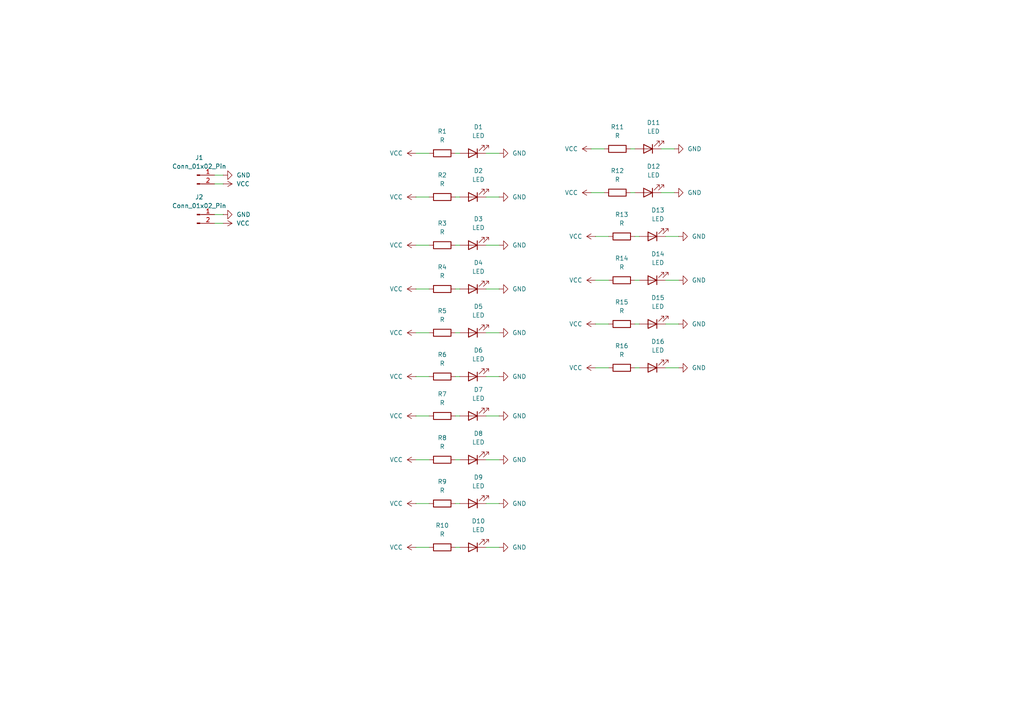
<source format=kicad_sch>
(kicad_sch
	(version 20231120)
	(generator "eeschema")
	(generator_version "8.0")
	(uuid "04866977-6225-492c-898d-3d6dd07bbc4f")
	(paper "A4")
	(lib_symbols
		(symbol "Connector:Conn_01x02_Pin"
			(pin_names
				(offset 1.016) hide)
			(exclude_from_sim no)
			(in_bom yes)
			(on_board yes)
			(property "Reference" "J"
				(at 0 2.54 0)
				(effects
					(font
						(size 1.27 1.27)
					)
				)
			)
			(property "Value" "Conn_01x02_Pin"
				(at 0 -5.08 0)
				(effects
					(font
						(size 1.27 1.27)
					)
				)
			)
			(property "Footprint" ""
				(at 0 0 0)
				(effects
					(font
						(size 1.27 1.27)
					)
					(hide yes)
				)
			)
			(property "Datasheet" "~"
				(at 0 0 0)
				(effects
					(font
						(size 1.27 1.27)
					)
					(hide yes)
				)
			)
			(property "Description" "Generic connector, single row, 01x02, script generated"
				(at 0 0 0)
				(effects
					(font
						(size 1.27 1.27)
					)
					(hide yes)
				)
			)
			(property "ki_locked" ""
				(at 0 0 0)
				(effects
					(font
						(size 1.27 1.27)
					)
				)
			)
			(property "ki_keywords" "connector"
				(at 0 0 0)
				(effects
					(font
						(size 1.27 1.27)
					)
					(hide yes)
				)
			)
			(property "ki_fp_filters" "Connector*:*_1x??_*"
				(at 0 0 0)
				(effects
					(font
						(size 1.27 1.27)
					)
					(hide yes)
				)
			)
			(symbol "Conn_01x02_Pin_1_1"
				(polyline
					(pts
						(xy 1.27 -2.54) (xy 0.8636 -2.54)
					)
					(stroke
						(width 0.1524)
						(type default)
					)
					(fill
						(type none)
					)
				)
				(polyline
					(pts
						(xy 1.27 0) (xy 0.8636 0)
					)
					(stroke
						(width 0.1524)
						(type default)
					)
					(fill
						(type none)
					)
				)
				(rectangle
					(start 0.8636 -2.413)
					(end 0 -2.667)
					(stroke
						(width 0.1524)
						(type default)
					)
					(fill
						(type outline)
					)
				)
				(rectangle
					(start 0.8636 0.127)
					(end 0 -0.127)
					(stroke
						(width 0.1524)
						(type default)
					)
					(fill
						(type outline)
					)
				)
				(pin passive line
					(at 5.08 0 180)
					(length 3.81)
					(name "Pin_1"
						(effects
							(font
								(size 1.27 1.27)
							)
						)
					)
					(number "1"
						(effects
							(font
								(size 1.27 1.27)
							)
						)
					)
				)
				(pin passive line
					(at 5.08 -2.54 180)
					(length 3.81)
					(name "Pin_2"
						(effects
							(font
								(size 1.27 1.27)
							)
						)
					)
					(number "2"
						(effects
							(font
								(size 1.27 1.27)
							)
						)
					)
				)
			)
		)
		(symbol "Device:LED"
			(pin_numbers hide)
			(pin_names
				(offset 1.016) hide)
			(exclude_from_sim no)
			(in_bom yes)
			(on_board yes)
			(property "Reference" "D"
				(at 0 2.54 0)
				(effects
					(font
						(size 1.27 1.27)
					)
				)
			)
			(property "Value" "LED"
				(at 0 -2.54 0)
				(effects
					(font
						(size 1.27 1.27)
					)
				)
			)
			(property "Footprint" ""
				(at 0 0 0)
				(effects
					(font
						(size 1.27 1.27)
					)
					(hide yes)
				)
			)
			(property "Datasheet" "~"
				(at 0 0 0)
				(effects
					(font
						(size 1.27 1.27)
					)
					(hide yes)
				)
			)
			(property "Description" "Light emitting diode"
				(at 0 0 0)
				(effects
					(font
						(size 1.27 1.27)
					)
					(hide yes)
				)
			)
			(property "ki_keywords" "LED diode"
				(at 0 0 0)
				(effects
					(font
						(size 1.27 1.27)
					)
					(hide yes)
				)
			)
			(property "ki_fp_filters" "LED* LED_SMD:* LED_THT:*"
				(at 0 0 0)
				(effects
					(font
						(size 1.27 1.27)
					)
					(hide yes)
				)
			)
			(symbol "LED_0_1"
				(polyline
					(pts
						(xy -1.27 -1.27) (xy -1.27 1.27)
					)
					(stroke
						(width 0.254)
						(type default)
					)
					(fill
						(type none)
					)
				)
				(polyline
					(pts
						(xy -1.27 0) (xy 1.27 0)
					)
					(stroke
						(width 0)
						(type default)
					)
					(fill
						(type none)
					)
				)
				(polyline
					(pts
						(xy 1.27 -1.27) (xy 1.27 1.27) (xy -1.27 0) (xy 1.27 -1.27)
					)
					(stroke
						(width 0.254)
						(type default)
					)
					(fill
						(type none)
					)
				)
				(polyline
					(pts
						(xy -3.048 -0.762) (xy -4.572 -2.286) (xy -3.81 -2.286) (xy -4.572 -2.286) (xy -4.572 -1.524)
					)
					(stroke
						(width 0)
						(type default)
					)
					(fill
						(type none)
					)
				)
				(polyline
					(pts
						(xy -1.778 -0.762) (xy -3.302 -2.286) (xy -2.54 -2.286) (xy -3.302 -2.286) (xy -3.302 -1.524)
					)
					(stroke
						(width 0)
						(type default)
					)
					(fill
						(type none)
					)
				)
			)
			(symbol "LED_1_1"
				(pin passive line
					(at -3.81 0 0)
					(length 2.54)
					(name "K"
						(effects
							(font
								(size 1.27 1.27)
							)
						)
					)
					(number "1"
						(effects
							(font
								(size 1.27 1.27)
							)
						)
					)
				)
				(pin passive line
					(at 3.81 0 180)
					(length 2.54)
					(name "A"
						(effects
							(font
								(size 1.27 1.27)
							)
						)
					)
					(number "2"
						(effects
							(font
								(size 1.27 1.27)
							)
						)
					)
				)
			)
		)
		(symbol "Device:R"
			(pin_numbers hide)
			(pin_names
				(offset 0)
			)
			(exclude_from_sim no)
			(in_bom yes)
			(on_board yes)
			(property "Reference" "R"
				(at 2.032 0 90)
				(effects
					(font
						(size 1.27 1.27)
					)
				)
			)
			(property "Value" "R"
				(at 0 0 90)
				(effects
					(font
						(size 1.27 1.27)
					)
				)
			)
			(property "Footprint" ""
				(at -1.778 0 90)
				(effects
					(font
						(size 1.27 1.27)
					)
					(hide yes)
				)
			)
			(property "Datasheet" "~"
				(at 0 0 0)
				(effects
					(font
						(size 1.27 1.27)
					)
					(hide yes)
				)
			)
			(property "Description" "Resistor"
				(at 0 0 0)
				(effects
					(font
						(size 1.27 1.27)
					)
					(hide yes)
				)
			)
			(property "ki_keywords" "R res resistor"
				(at 0 0 0)
				(effects
					(font
						(size 1.27 1.27)
					)
					(hide yes)
				)
			)
			(property "ki_fp_filters" "R_*"
				(at 0 0 0)
				(effects
					(font
						(size 1.27 1.27)
					)
					(hide yes)
				)
			)
			(symbol "R_0_1"
				(rectangle
					(start -1.016 -2.54)
					(end 1.016 2.54)
					(stroke
						(width 0.254)
						(type default)
					)
					(fill
						(type none)
					)
				)
			)
			(symbol "R_1_1"
				(pin passive line
					(at 0 3.81 270)
					(length 1.27)
					(name "~"
						(effects
							(font
								(size 1.27 1.27)
							)
						)
					)
					(number "1"
						(effects
							(font
								(size 1.27 1.27)
							)
						)
					)
				)
				(pin passive line
					(at 0 -3.81 90)
					(length 1.27)
					(name "~"
						(effects
							(font
								(size 1.27 1.27)
							)
						)
					)
					(number "2"
						(effects
							(font
								(size 1.27 1.27)
							)
						)
					)
				)
			)
		)
		(symbol "power:GND"
			(power)
			(pin_numbers hide)
			(pin_names
				(offset 0) hide)
			(exclude_from_sim no)
			(in_bom yes)
			(on_board yes)
			(property "Reference" "#PWR"
				(at 0 -6.35 0)
				(effects
					(font
						(size 1.27 1.27)
					)
					(hide yes)
				)
			)
			(property "Value" "GND"
				(at 0 -3.81 0)
				(effects
					(font
						(size 1.27 1.27)
					)
				)
			)
			(property "Footprint" ""
				(at 0 0 0)
				(effects
					(font
						(size 1.27 1.27)
					)
					(hide yes)
				)
			)
			(property "Datasheet" ""
				(at 0 0 0)
				(effects
					(font
						(size 1.27 1.27)
					)
					(hide yes)
				)
			)
			(property "Description" "Power symbol creates a global label with name \"GND\" , ground"
				(at 0 0 0)
				(effects
					(font
						(size 1.27 1.27)
					)
					(hide yes)
				)
			)
			(property "ki_keywords" "global power"
				(at 0 0 0)
				(effects
					(font
						(size 1.27 1.27)
					)
					(hide yes)
				)
			)
			(symbol "GND_0_1"
				(polyline
					(pts
						(xy 0 0) (xy 0 -1.27) (xy 1.27 -1.27) (xy 0 -2.54) (xy -1.27 -1.27) (xy 0 -1.27)
					)
					(stroke
						(width 0)
						(type default)
					)
					(fill
						(type none)
					)
				)
			)
			(symbol "GND_1_1"
				(pin power_in line
					(at 0 0 270)
					(length 0)
					(name "~"
						(effects
							(font
								(size 1.27 1.27)
							)
						)
					)
					(number "1"
						(effects
							(font
								(size 1.27 1.27)
							)
						)
					)
				)
			)
		)
		(symbol "power:VCC"
			(power)
			(pin_numbers hide)
			(pin_names
				(offset 0) hide)
			(exclude_from_sim no)
			(in_bom yes)
			(on_board yes)
			(property "Reference" "#PWR"
				(at 0 -3.81 0)
				(effects
					(font
						(size 1.27 1.27)
					)
					(hide yes)
				)
			)
			(property "Value" "VCC"
				(at 0 3.556 0)
				(effects
					(font
						(size 1.27 1.27)
					)
				)
			)
			(property "Footprint" ""
				(at 0 0 0)
				(effects
					(font
						(size 1.27 1.27)
					)
					(hide yes)
				)
			)
			(property "Datasheet" ""
				(at 0 0 0)
				(effects
					(font
						(size 1.27 1.27)
					)
					(hide yes)
				)
			)
			(property "Description" "Power symbol creates a global label with name \"VCC\""
				(at 0 0 0)
				(effects
					(font
						(size 1.27 1.27)
					)
					(hide yes)
				)
			)
			(property "ki_keywords" "global power"
				(at 0 0 0)
				(effects
					(font
						(size 1.27 1.27)
					)
					(hide yes)
				)
			)
			(symbol "VCC_0_1"
				(polyline
					(pts
						(xy -0.762 1.27) (xy 0 2.54)
					)
					(stroke
						(width 0)
						(type default)
					)
					(fill
						(type none)
					)
				)
				(polyline
					(pts
						(xy 0 0) (xy 0 2.54)
					)
					(stroke
						(width 0)
						(type default)
					)
					(fill
						(type none)
					)
				)
				(polyline
					(pts
						(xy 0 2.54) (xy 0.762 1.27)
					)
					(stroke
						(width 0)
						(type default)
					)
					(fill
						(type none)
					)
				)
			)
			(symbol "VCC_1_1"
				(pin power_in line
					(at 0 0 90)
					(length 0)
					(name "~"
						(effects
							(font
								(size 1.27 1.27)
							)
						)
					)
					(number "1"
						(effects
							(font
								(size 1.27 1.27)
							)
						)
					)
				)
			)
		)
	)
	(wire
		(pts
			(xy 195.58 55.88) (xy 191.77 55.88)
		)
		(stroke
			(width 0)
			(type default)
		)
		(uuid "052237a8-e9ef-4612-a5ca-e2c8ea88fdee")
	)
	(wire
		(pts
			(xy 144.78 71.12) (xy 140.97 71.12)
		)
		(stroke
			(width 0)
			(type default)
		)
		(uuid "056a926a-a818-4515-b1ec-c4af6d816d01")
	)
	(wire
		(pts
			(xy 172.72 93.98) (xy 176.53 93.98)
		)
		(stroke
			(width 0)
			(type default)
		)
		(uuid "11e7b1b4-9863-4620-9c8c-5916691def65")
	)
	(wire
		(pts
			(xy 64.77 64.77) (xy 62.23 64.77)
		)
		(stroke
			(width 0)
			(type default)
		)
		(uuid "157c615c-d3a8-4822-bfea-4584f1278e30")
	)
	(wire
		(pts
			(xy 120.65 96.52) (xy 124.46 96.52)
		)
		(stroke
			(width 0)
			(type default)
		)
		(uuid "1cab4132-e750-47a5-b4bb-840def204bd6")
	)
	(wire
		(pts
			(xy 64.77 53.34) (xy 62.23 53.34)
		)
		(stroke
			(width 0)
			(type default)
		)
		(uuid "2788a2c5-a7f4-436d-ad86-4563f8e3c692")
	)
	(wire
		(pts
			(xy 133.35 133.35) (xy 132.08 133.35)
		)
		(stroke
			(width 0)
			(type default)
		)
		(uuid "3044080e-14a3-477c-a75f-dcad373370ec")
	)
	(wire
		(pts
			(xy 185.42 68.58) (xy 184.15 68.58)
		)
		(stroke
			(width 0)
			(type default)
		)
		(uuid "32864973-5377-4ecd-8400-67506b1529a1")
	)
	(wire
		(pts
			(xy 144.78 109.22) (xy 140.97 109.22)
		)
		(stroke
			(width 0)
			(type default)
		)
		(uuid "35bd9959-bdbb-4b96-8fbf-4eb110920b3a")
	)
	(wire
		(pts
			(xy 184.15 55.88) (xy 182.88 55.88)
		)
		(stroke
			(width 0)
			(type default)
		)
		(uuid "38ebd9ff-9665-47a1-a97e-68e02d1c700b")
	)
	(wire
		(pts
			(xy 133.35 44.45) (xy 132.08 44.45)
		)
		(stroke
			(width 0)
			(type default)
		)
		(uuid "3d97b3e3-f80b-40f7-9a92-8037f1c5cbc8")
	)
	(wire
		(pts
			(xy 64.77 50.8) (xy 62.23 50.8)
		)
		(stroke
			(width 0)
			(type default)
		)
		(uuid "421a3df9-f156-4b74-8b5c-3d3993d9dec1")
	)
	(wire
		(pts
			(xy 120.65 109.22) (xy 124.46 109.22)
		)
		(stroke
			(width 0)
			(type default)
		)
		(uuid "4533fcf7-9efb-478a-a919-c920dcd3db73")
	)
	(wire
		(pts
			(xy 120.65 133.35) (xy 124.46 133.35)
		)
		(stroke
			(width 0)
			(type default)
		)
		(uuid "4dd7106e-716f-40da-b995-6f6a4b199cd7")
	)
	(wire
		(pts
			(xy 144.78 96.52) (xy 140.97 96.52)
		)
		(stroke
			(width 0)
			(type default)
		)
		(uuid "53a5f047-fb08-440d-a954-bd27edc07ec4")
	)
	(wire
		(pts
			(xy 195.58 43.18) (xy 191.77 43.18)
		)
		(stroke
			(width 0)
			(type default)
		)
		(uuid "549154cf-b4f4-4bf3-9c37-2ae9cdff569a")
	)
	(wire
		(pts
			(xy 144.78 158.75) (xy 140.97 158.75)
		)
		(stroke
			(width 0)
			(type default)
		)
		(uuid "63937a39-9290-41c5-8c19-159ecfb37c1d")
	)
	(wire
		(pts
			(xy 133.35 120.65) (xy 132.08 120.65)
		)
		(stroke
			(width 0)
			(type default)
		)
		(uuid "65e03cfc-9ab3-4986-90a2-f9dc8aacfec2")
	)
	(wire
		(pts
			(xy 144.78 83.82) (xy 140.97 83.82)
		)
		(stroke
			(width 0)
			(type default)
		)
		(uuid "67d79031-f76f-49fc-bf69-099a80763736")
	)
	(wire
		(pts
			(xy 120.65 44.45) (xy 124.46 44.45)
		)
		(stroke
			(width 0)
			(type default)
		)
		(uuid "6b0bb35c-5ee4-41e4-8b2e-3d1471379165")
	)
	(wire
		(pts
			(xy 120.65 158.75) (xy 124.46 158.75)
		)
		(stroke
			(width 0)
			(type default)
		)
		(uuid "6c8f429d-e1af-4dcc-b75c-40b2b63e8b9c")
	)
	(wire
		(pts
			(xy 184.15 43.18) (xy 182.88 43.18)
		)
		(stroke
			(width 0)
			(type default)
		)
		(uuid "719af449-a119-45c2-85af-d66acd897a07")
	)
	(wire
		(pts
			(xy 172.72 68.58) (xy 176.53 68.58)
		)
		(stroke
			(width 0)
			(type default)
		)
		(uuid "775cab90-a3d7-4103-881c-6ff9db945d88")
	)
	(wire
		(pts
			(xy 185.42 106.68) (xy 184.15 106.68)
		)
		(stroke
			(width 0)
			(type default)
		)
		(uuid "7f34c02f-f1a0-40cf-9c2e-7620dca8f682")
	)
	(wire
		(pts
			(xy 196.85 106.68) (xy 193.04 106.68)
		)
		(stroke
			(width 0)
			(type default)
		)
		(uuid "80cbb417-9ba7-4743-bc37-9cc6a731df34")
	)
	(wire
		(pts
			(xy 120.65 83.82) (xy 124.46 83.82)
		)
		(stroke
			(width 0)
			(type default)
		)
		(uuid "80fb48d3-db69-4aff-8eb8-1d55ab189673")
	)
	(wire
		(pts
			(xy 196.85 68.58) (xy 193.04 68.58)
		)
		(stroke
			(width 0)
			(type default)
		)
		(uuid "8293c97e-ea7c-4b40-8038-fa90e6781af0")
	)
	(wire
		(pts
			(xy 144.78 57.15) (xy 140.97 57.15)
		)
		(stroke
			(width 0)
			(type default)
		)
		(uuid "836c128a-8024-4256-aa7b-85682b533335")
	)
	(wire
		(pts
			(xy 133.35 83.82) (xy 132.08 83.82)
		)
		(stroke
			(width 0)
			(type default)
		)
		(uuid "84cc2d40-a441-41f4-bbcf-2ca369473a62")
	)
	(wire
		(pts
			(xy 120.65 146.05) (xy 124.46 146.05)
		)
		(stroke
			(width 0)
			(type default)
		)
		(uuid "8dab5dc3-5c6e-493b-9b5e-1e5eeaec19ae")
	)
	(wire
		(pts
			(xy 133.35 57.15) (xy 132.08 57.15)
		)
		(stroke
			(width 0)
			(type default)
		)
		(uuid "8fff745f-4bdb-4ca9-950b-0b37da4090bd")
	)
	(wire
		(pts
			(xy 120.65 71.12) (xy 124.46 71.12)
		)
		(stroke
			(width 0)
			(type default)
		)
		(uuid "9b007b8f-9ca4-4ecf-9fd5-47965335f38d")
	)
	(wire
		(pts
			(xy 144.78 146.05) (xy 140.97 146.05)
		)
		(stroke
			(width 0)
			(type default)
		)
		(uuid "9d0ac7d5-5ba0-4502-826d-eb5d57cab581")
	)
	(wire
		(pts
			(xy 185.42 93.98) (xy 184.15 93.98)
		)
		(stroke
			(width 0)
			(type default)
		)
		(uuid "9e43b469-aa64-4121-8994-8a64a1e2a707")
	)
	(wire
		(pts
			(xy 133.35 109.22) (xy 132.08 109.22)
		)
		(stroke
			(width 0)
			(type default)
		)
		(uuid "9fa5afec-f5b2-4507-ba71-7533a6e1e941")
	)
	(wire
		(pts
			(xy 133.35 146.05) (xy 132.08 146.05)
		)
		(stroke
			(width 0)
			(type default)
		)
		(uuid "a0c06a84-ac9e-4b95-be5f-746355875748")
	)
	(wire
		(pts
			(xy 64.77 62.23) (xy 62.23 62.23)
		)
		(stroke
			(width 0)
			(type default)
		)
		(uuid "a151eaba-b9ec-4f0a-b3e4-57f6ac8c35fe")
	)
	(wire
		(pts
			(xy 196.85 81.28) (xy 193.04 81.28)
		)
		(stroke
			(width 0)
			(type default)
		)
		(uuid "a2aaaa25-eb4a-4a6c-a54c-df3418d4375a")
	)
	(wire
		(pts
			(xy 133.35 158.75) (xy 132.08 158.75)
		)
		(stroke
			(width 0)
			(type default)
		)
		(uuid "a7597555-2bf6-41f6-9d62-a71510c8df0a")
	)
	(wire
		(pts
			(xy 133.35 96.52) (xy 132.08 96.52)
		)
		(stroke
			(width 0)
			(type default)
		)
		(uuid "b19a0cf4-eb31-4497-850f-f17786252477")
	)
	(wire
		(pts
			(xy 133.35 71.12) (xy 132.08 71.12)
		)
		(stroke
			(width 0)
			(type default)
		)
		(uuid "b6cc04f7-ad16-4633-80e0-81b441a03137")
	)
	(wire
		(pts
			(xy 144.78 44.45) (xy 140.97 44.45)
		)
		(stroke
			(width 0)
			(type default)
		)
		(uuid "c3da5dd2-1e96-44e7-92a1-33f08f60f7d5")
	)
	(wire
		(pts
			(xy 172.72 81.28) (xy 176.53 81.28)
		)
		(stroke
			(width 0)
			(type default)
		)
		(uuid "c91d20f2-9b5b-4280-91f7-02085681cc11")
	)
	(wire
		(pts
			(xy 185.42 81.28) (xy 184.15 81.28)
		)
		(stroke
			(width 0)
			(type default)
		)
		(uuid "d146a242-7aaa-43cd-a067-3227c63d9d96")
	)
	(wire
		(pts
			(xy 144.78 133.35) (xy 140.97 133.35)
		)
		(stroke
			(width 0)
			(type default)
		)
		(uuid "da21dcea-9ac0-438f-b4f2-42c6c67d44a1")
	)
	(wire
		(pts
			(xy 171.45 55.88) (xy 175.26 55.88)
		)
		(stroke
			(width 0)
			(type default)
		)
		(uuid "dbfb7cc8-398d-440f-9a1a-815f9eeba62a")
	)
	(wire
		(pts
			(xy 144.78 120.65) (xy 140.97 120.65)
		)
		(stroke
			(width 0)
			(type default)
		)
		(uuid "e4d3af19-a497-4d81-ab18-2aad9624ee70")
	)
	(wire
		(pts
			(xy 196.85 93.98) (xy 193.04 93.98)
		)
		(stroke
			(width 0)
			(type default)
		)
		(uuid "e9d6673b-10d0-4457-8325-2fd64a253f0c")
	)
	(wire
		(pts
			(xy 120.65 57.15) (xy 124.46 57.15)
		)
		(stroke
			(width 0)
			(type default)
		)
		(uuid "ee3b11b1-f120-46e9-a831-a0eb0948a6d7")
	)
	(wire
		(pts
			(xy 171.45 43.18) (xy 175.26 43.18)
		)
		(stroke
			(width 0)
			(type default)
		)
		(uuid "f0c315ee-0af9-42a0-a912-b078ee4894df")
	)
	(wire
		(pts
			(xy 120.65 120.65) (xy 124.46 120.65)
		)
		(stroke
			(width 0)
			(type default)
		)
		(uuid "f4f41ec0-4d8e-43c5-a794-af4a3d0ee7c5")
	)
	(wire
		(pts
			(xy 172.72 106.68) (xy 176.53 106.68)
		)
		(stroke
			(width 0)
			(type default)
		)
		(uuid "fc977668-6d03-4c97-b48d-2be8b65fb5bd")
	)
	(symbol
		(lib_id "power:VCC")
		(at 172.72 68.58 90)
		(unit 1)
		(exclude_from_sim no)
		(in_bom yes)
		(on_board yes)
		(dnp no)
		(fields_autoplaced yes)
		(uuid "00c3c7f3-ea44-4df2-ac8c-5ed11808f0c2")
		(property "Reference" "#PWR029"
			(at 176.53 68.58 0)
			(effects
				(font
					(size 1.27 1.27)
				)
				(hide yes)
			)
		)
		(property "Value" "VCC"
			(at 168.91 68.5799 90)
			(effects
				(font
					(size 1.27 1.27)
				)
				(justify left)
			)
		)
		(property "Footprint" ""
			(at 172.72 68.58 0)
			(effects
				(font
					(size 1.27 1.27)
				)
				(hide yes)
			)
		)
		(property "Datasheet" ""
			(at 172.72 68.58 0)
			(effects
				(font
					(size 1.27 1.27)
				)
				(hide yes)
			)
		)
		(property "Description" "Power symbol creates a global label with name \"VCC\""
			(at 172.72 68.58 0)
			(effects
				(font
					(size 1.27 1.27)
				)
				(hide yes)
			)
		)
		(pin "1"
			(uuid "25caf315-2b0a-4a15-b3f5-0a99af0c8dee")
		)
		(instances
			(project "led-board"
				(path "/04866977-6225-492c-898d-3d6dd07bbc4f"
					(reference "#PWR029")
					(unit 1)
				)
			)
		)
	)
	(symbol
		(lib_id "Device:R")
		(at 128.27 109.22 90)
		(unit 1)
		(exclude_from_sim no)
		(in_bom yes)
		(on_board yes)
		(dnp no)
		(fields_autoplaced yes)
		(uuid "03879876-86af-4503-b8a3-6fb06532c178")
		(property "Reference" "R6"
			(at 128.27 102.87 90)
			(effects
				(font
					(size 1.27 1.27)
				)
			)
		)
		(property "Value" "R"
			(at 128.27 105.41 90)
			(effects
				(font
					(size 1.27 1.27)
				)
			)
		)
		(property "Footprint" "Resistor_THT:R_Axial_DIN0207_L6.3mm_D2.5mm_P10.16mm_Horizontal"
			(at 128.27 110.998 90)
			(effects
				(font
					(size 1.27 1.27)
				)
				(hide yes)
			)
		)
		(property "Datasheet" "~"
			(at 128.27 109.22 0)
			(effects
				(font
					(size 1.27 1.27)
				)
				(hide yes)
			)
		)
		(property "Description" "Resistor"
			(at 128.27 109.22 0)
			(effects
				(font
					(size 1.27 1.27)
				)
				(hide yes)
			)
		)
		(pin "2"
			(uuid "2fb2a23c-0de0-4b40-99d5-1d6ab8a89100")
		)
		(pin "1"
			(uuid "34c84068-4786-4400-aeb6-9caa0d911cdc")
		)
		(instances
			(project "led-board"
				(path "/04866977-6225-492c-898d-3d6dd07bbc4f"
					(reference "R6")
					(unit 1)
				)
			)
		)
	)
	(symbol
		(lib_id "power:VCC")
		(at 120.65 96.52 90)
		(unit 1)
		(exclude_from_sim no)
		(in_bom yes)
		(on_board yes)
		(dnp no)
		(fields_autoplaced yes)
		(uuid "04aa43a6-3d57-4796-b6c5-f60e1f2900a7")
		(property "Reference" "#PWR013"
			(at 124.46 96.52 0)
			(effects
				(font
					(size 1.27 1.27)
				)
				(hide yes)
			)
		)
		(property "Value" "VCC"
			(at 116.84 96.5199 90)
			(effects
				(font
					(size 1.27 1.27)
				)
				(justify left)
			)
		)
		(property "Footprint" ""
			(at 120.65 96.52 0)
			(effects
				(font
					(size 1.27 1.27)
				)
				(hide yes)
			)
		)
		(property "Datasheet" ""
			(at 120.65 96.52 0)
			(effects
				(font
					(size 1.27 1.27)
				)
				(hide yes)
			)
		)
		(property "Description" "Power symbol creates a global label with name \"VCC\""
			(at 120.65 96.52 0)
			(effects
				(font
					(size 1.27 1.27)
				)
				(hide yes)
			)
		)
		(pin "1"
			(uuid "98947bbe-eec2-44b9-9150-1202368a8099")
		)
		(instances
			(project "led-board"
				(path "/04866977-6225-492c-898d-3d6dd07bbc4f"
					(reference "#PWR013")
					(unit 1)
				)
			)
		)
	)
	(symbol
		(lib_id "Connector:Conn_01x02_Pin")
		(at 57.15 62.23 0)
		(unit 1)
		(exclude_from_sim no)
		(in_bom yes)
		(on_board yes)
		(dnp no)
		(fields_autoplaced yes)
		(uuid "071d02be-4896-4a32-9ae9-185370a40420")
		(property "Reference" "J2"
			(at 57.785 57.15 0)
			(effects
				(font
					(size 1.27 1.27)
				)
			)
		)
		(property "Value" "Conn_01x02_Pin"
			(at 57.785 59.69 0)
			(effects
				(font
					(size 1.27 1.27)
				)
			)
		)
		(property "Footprint" "Connector_AMASS:AMASS_XT60PW-F_1x02_P7.20mm_Horizontal"
			(at 57.15 62.23 0)
			(effects
				(font
					(size 1.27 1.27)
				)
				(hide yes)
			)
		)
		(property "Datasheet" "~"
			(at 57.15 62.23 0)
			(effects
				(font
					(size 1.27 1.27)
				)
				(hide yes)
			)
		)
		(property "Description" "Generic connector, single row, 01x02, script generated"
			(at 57.15 62.23 0)
			(effects
				(font
					(size 1.27 1.27)
				)
				(hide yes)
			)
		)
		(pin "2"
			(uuid "5049d1c2-c663-4d20-ba07-80f5ecf59faa")
		)
		(pin "1"
			(uuid "e7f608b2-a524-4e39-88f6-dce721dc9adf")
		)
		(instances
			(project "led-board"
				(path "/04866977-6225-492c-898d-3d6dd07bbc4f"
					(reference "J2")
					(unit 1)
				)
			)
		)
	)
	(symbol
		(lib_id "Device:LED")
		(at 137.16 83.82 180)
		(unit 1)
		(exclude_from_sim no)
		(in_bom yes)
		(on_board yes)
		(dnp no)
		(fields_autoplaced yes)
		(uuid "0eefa420-9972-43a7-b6b7-5913e107455a")
		(property "Reference" "D4"
			(at 138.7475 76.2 0)
			(effects
				(font
					(size 1.27 1.27)
				)
			)
		)
		(property "Value" "LED"
			(at 138.7475 78.74 0)
			(effects
				(font
					(size 1.27 1.27)
				)
			)
		)
		(property "Footprint" "LED_THT:LED_D5.0mm"
			(at 137.16 83.82 0)
			(effects
				(font
					(size 1.27 1.27)
				)
				(hide yes)
			)
		)
		(property "Datasheet" "~"
			(at 137.16 83.82 0)
			(effects
				(font
					(size 1.27 1.27)
				)
				(hide yes)
			)
		)
		(property "Description" "Light emitting diode"
			(at 137.16 83.82 0)
			(effects
				(font
					(size 1.27 1.27)
				)
				(hide yes)
			)
		)
		(pin "1"
			(uuid "abe6e7fc-2700-4fa8-879e-0be49d56d915")
		)
		(pin "2"
			(uuid "ac444025-2faa-4d9d-83ea-98e85aae27cb")
		)
		(instances
			(project "led-board"
				(path "/04866977-6225-492c-898d-3d6dd07bbc4f"
					(reference "D4")
					(unit 1)
				)
			)
		)
	)
	(symbol
		(lib_id "Device:LED")
		(at 137.16 71.12 180)
		(unit 1)
		(exclude_from_sim no)
		(in_bom yes)
		(on_board yes)
		(dnp no)
		(fields_autoplaced yes)
		(uuid "119ffdb9-8779-4f5f-8a47-c69791dbc4a7")
		(property "Reference" "D3"
			(at 138.7475 63.5 0)
			(effects
				(font
					(size 1.27 1.27)
				)
			)
		)
		(property "Value" "LED"
			(at 138.7475 66.04 0)
			(effects
				(font
					(size 1.27 1.27)
				)
			)
		)
		(property "Footprint" "LED_THT:LED_D5.0mm"
			(at 137.16 71.12 0)
			(effects
				(font
					(size 1.27 1.27)
				)
				(hide yes)
			)
		)
		(property "Datasheet" "~"
			(at 137.16 71.12 0)
			(effects
				(font
					(size 1.27 1.27)
				)
				(hide yes)
			)
		)
		(property "Description" "Light emitting diode"
			(at 137.16 71.12 0)
			(effects
				(font
					(size 1.27 1.27)
				)
				(hide yes)
			)
		)
		(pin "1"
			(uuid "1d123cfe-408d-4308-9979-290636a04bb6")
		)
		(pin "2"
			(uuid "773e9e6e-cd0a-4a0d-ad3a-17432bf73123")
		)
		(instances
			(project "led-board"
				(path "/04866977-6225-492c-898d-3d6dd07bbc4f"
					(reference "D3")
					(unit 1)
				)
			)
		)
	)
	(symbol
		(lib_id "power:GND")
		(at 195.58 43.18 90)
		(unit 1)
		(exclude_from_sim no)
		(in_bom yes)
		(on_board yes)
		(dnp no)
		(fields_autoplaced yes)
		(uuid "1240d0bb-1738-4cd1-b055-7785c795e0f1")
		(property "Reference" "#PWR027"
			(at 201.93 43.18 0)
			(effects
				(font
					(size 1.27 1.27)
				)
				(hide yes)
			)
		)
		(property "Value" "GND"
			(at 199.39 43.1799 90)
			(effects
				(font
					(size 1.27 1.27)
				)
				(justify right)
			)
		)
		(property "Footprint" ""
			(at 195.58 43.18 0)
			(effects
				(font
					(size 1.27 1.27)
				)
				(hide yes)
			)
		)
		(property "Datasheet" ""
			(at 195.58 43.18 0)
			(effects
				(font
					(size 1.27 1.27)
				)
				(hide yes)
			)
		)
		(property "Description" "Power symbol creates a global label with name \"GND\" , ground"
			(at 195.58 43.18 0)
			(effects
				(font
					(size 1.27 1.27)
				)
				(hide yes)
			)
		)
		(pin "1"
			(uuid "c2298545-317a-4534-8653-b4b0269362fb")
		)
		(instances
			(project "led-board"
				(path "/04866977-6225-492c-898d-3d6dd07bbc4f"
					(reference "#PWR027")
					(unit 1)
				)
			)
		)
	)
	(symbol
		(lib_id "power:GND")
		(at 144.78 133.35 90)
		(unit 1)
		(exclude_from_sim no)
		(in_bom yes)
		(on_board yes)
		(dnp no)
		(fields_autoplaced yes)
		(uuid "1262721d-0af0-427d-ad97-c9244abbbf39")
		(property "Reference" "#PWR020"
			(at 151.13 133.35 0)
			(effects
				(font
					(size 1.27 1.27)
				)
				(hide yes)
			)
		)
		(property "Value" "GND"
			(at 148.59 133.3499 90)
			(effects
				(font
					(size 1.27 1.27)
				)
				(justify right)
			)
		)
		(property "Footprint" ""
			(at 144.78 133.35 0)
			(effects
				(font
					(size 1.27 1.27)
				)
				(hide yes)
			)
		)
		(property "Datasheet" ""
			(at 144.78 133.35 0)
			(effects
				(font
					(size 1.27 1.27)
				)
				(hide yes)
			)
		)
		(property "Description" "Power symbol creates a global label with name \"GND\" , ground"
			(at 144.78 133.35 0)
			(effects
				(font
					(size 1.27 1.27)
				)
				(hide yes)
			)
		)
		(pin "1"
			(uuid "f9eeaef1-0068-414b-a1f2-cb998dc7511d")
		)
		(instances
			(project "led-board"
				(path "/04866977-6225-492c-898d-3d6dd07bbc4f"
					(reference "#PWR020")
					(unit 1)
				)
			)
		)
	)
	(symbol
		(lib_id "power:VCC")
		(at 120.65 109.22 90)
		(unit 1)
		(exclude_from_sim no)
		(in_bom yes)
		(on_board yes)
		(dnp no)
		(fields_autoplaced yes)
		(uuid "12ed4621-6333-485b-bee9-7b382f468c9a")
		(property "Reference" "#PWR014"
			(at 124.46 109.22 0)
			(effects
				(font
					(size 1.27 1.27)
				)
				(hide yes)
			)
		)
		(property "Value" "VCC"
			(at 116.84 109.2199 90)
			(effects
				(font
					(size 1.27 1.27)
				)
				(justify left)
			)
		)
		(property "Footprint" ""
			(at 120.65 109.22 0)
			(effects
				(font
					(size 1.27 1.27)
				)
				(hide yes)
			)
		)
		(property "Datasheet" ""
			(at 120.65 109.22 0)
			(effects
				(font
					(size 1.27 1.27)
				)
				(hide yes)
			)
		)
		(property "Description" "Power symbol creates a global label with name \"VCC\""
			(at 120.65 109.22 0)
			(effects
				(font
					(size 1.27 1.27)
				)
				(hide yes)
			)
		)
		(pin "1"
			(uuid "edc0f0e5-feaf-465b-a7b9-2e63a797d80a")
		)
		(instances
			(project "led-board"
				(path "/04866977-6225-492c-898d-3d6dd07bbc4f"
					(reference "#PWR014")
					(unit 1)
				)
			)
		)
	)
	(symbol
		(lib_id "Device:R")
		(at 128.27 71.12 90)
		(unit 1)
		(exclude_from_sim no)
		(in_bom yes)
		(on_board yes)
		(dnp no)
		(fields_autoplaced yes)
		(uuid "145cc810-aee1-4cb1-b488-6b902f336814")
		(property "Reference" "R3"
			(at 128.27 64.77 90)
			(effects
				(font
					(size 1.27 1.27)
				)
			)
		)
		(property "Value" "R"
			(at 128.27 67.31 90)
			(effects
				(font
					(size 1.27 1.27)
				)
			)
		)
		(property "Footprint" "Resistor_THT:R_Axial_DIN0207_L6.3mm_D2.5mm_P10.16mm_Horizontal"
			(at 128.27 72.898 90)
			(effects
				(font
					(size 1.27 1.27)
				)
				(hide yes)
			)
		)
		(property "Datasheet" "~"
			(at 128.27 71.12 0)
			(effects
				(font
					(size 1.27 1.27)
				)
				(hide yes)
			)
		)
		(property "Description" "Resistor"
			(at 128.27 71.12 0)
			(effects
				(font
					(size 1.27 1.27)
				)
				(hide yes)
			)
		)
		(pin "2"
			(uuid "7ca24020-93ae-433b-8aa6-2789e3ad119a")
		)
		(pin "1"
			(uuid "67c1906b-d4db-4d93-a05e-a9c8003fbccf")
		)
		(instances
			(project "led-board"
				(path "/04866977-6225-492c-898d-3d6dd07bbc4f"
					(reference "R3")
					(unit 1)
				)
			)
		)
	)
	(symbol
		(lib_id "Device:R")
		(at 128.27 133.35 90)
		(unit 1)
		(exclude_from_sim no)
		(in_bom yes)
		(on_board yes)
		(dnp no)
		(fields_autoplaced yes)
		(uuid "1507eee0-65aa-41fa-ab5e-4bba04dcdc54")
		(property "Reference" "R8"
			(at 128.27 127 90)
			(effects
				(font
					(size 1.27 1.27)
				)
			)
		)
		(property "Value" "R"
			(at 128.27 129.54 90)
			(effects
				(font
					(size 1.27 1.27)
				)
			)
		)
		(property "Footprint" "Resistor_THT:R_Axial_DIN0207_L6.3mm_D2.5mm_P10.16mm_Horizontal"
			(at 128.27 135.128 90)
			(effects
				(font
					(size 1.27 1.27)
				)
				(hide yes)
			)
		)
		(property "Datasheet" "~"
			(at 128.27 133.35 0)
			(effects
				(font
					(size 1.27 1.27)
				)
				(hide yes)
			)
		)
		(property "Description" "Resistor"
			(at 128.27 133.35 0)
			(effects
				(font
					(size 1.27 1.27)
				)
				(hide yes)
			)
		)
		(pin "2"
			(uuid "34d9367a-db20-45ca-a625-88926b139b54")
		)
		(pin "1"
			(uuid "98a6a27f-6d4d-407d-8f12-0b1b43573312")
		)
		(instances
			(project "led-board"
				(path "/04866977-6225-492c-898d-3d6dd07bbc4f"
					(reference "R8")
					(unit 1)
				)
			)
		)
	)
	(symbol
		(lib_id "Device:R")
		(at 180.34 81.28 90)
		(unit 1)
		(exclude_from_sim no)
		(in_bom yes)
		(on_board yes)
		(dnp no)
		(fields_autoplaced yes)
		(uuid "15f2a335-349d-4a6d-ad8b-4442b6e4d372")
		(property "Reference" "R14"
			(at 180.34 74.93 90)
			(effects
				(font
					(size 1.27 1.27)
				)
			)
		)
		(property "Value" "R"
			(at 180.34 77.47 90)
			(effects
				(font
					(size 1.27 1.27)
				)
			)
		)
		(property "Footprint" "Resistor_THT:R_Axial_DIN0207_L6.3mm_D2.5mm_P10.16mm_Horizontal"
			(at 180.34 83.058 90)
			(effects
				(font
					(size 1.27 1.27)
				)
				(hide yes)
			)
		)
		(property "Datasheet" "~"
			(at 180.34 81.28 0)
			(effects
				(font
					(size 1.27 1.27)
				)
				(hide yes)
			)
		)
		(property "Description" "Resistor"
			(at 180.34 81.28 0)
			(effects
				(font
					(size 1.27 1.27)
				)
				(hide yes)
			)
		)
		(pin "2"
			(uuid "eead9d02-3cdb-4998-ad4e-fb2de457faad")
		)
		(pin "1"
			(uuid "104f3ad6-d3ef-45dd-bec0-be0e973dae0a")
		)
		(instances
			(project "led-board"
				(path "/04866977-6225-492c-898d-3d6dd07bbc4f"
					(reference "R14")
					(unit 1)
				)
			)
		)
	)
	(symbol
		(lib_id "Device:R")
		(at 128.27 96.52 90)
		(unit 1)
		(exclude_from_sim no)
		(in_bom yes)
		(on_board yes)
		(dnp no)
		(fields_autoplaced yes)
		(uuid "200bbed8-59c8-4173-bb7c-c326f02f603c")
		(property "Reference" "R5"
			(at 128.27 90.17 90)
			(effects
				(font
					(size 1.27 1.27)
				)
			)
		)
		(property "Value" "R"
			(at 128.27 92.71 90)
			(effects
				(font
					(size 1.27 1.27)
				)
			)
		)
		(property "Footprint" "Resistor_THT:R_Axial_DIN0207_L6.3mm_D2.5mm_P10.16mm_Horizontal"
			(at 128.27 98.298 90)
			(effects
				(font
					(size 1.27 1.27)
				)
				(hide yes)
			)
		)
		(property "Datasheet" "~"
			(at 128.27 96.52 0)
			(effects
				(font
					(size 1.27 1.27)
				)
				(hide yes)
			)
		)
		(property "Description" "Resistor"
			(at 128.27 96.52 0)
			(effects
				(font
					(size 1.27 1.27)
				)
				(hide yes)
			)
		)
		(pin "2"
			(uuid "74777567-04b9-4f92-aa6b-ee2c4c8b50b7")
		)
		(pin "1"
			(uuid "9ce8880f-c249-4323-a5f0-f4dc4bfeb760")
		)
		(instances
			(project "led-board"
				(path "/04866977-6225-492c-898d-3d6dd07bbc4f"
					(reference "R5")
					(unit 1)
				)
			)
		)
	)
	(symbol
		(lib_id "Device:R")
		(at 128.27 120.65 90)
		(unit 1)
		(exclude_from_sim no)
		(in_bom yes)
		(on_board yes)
		(dnp no)
		(fields_autoplaced yes)
		(uuid "23e5953e-08d0-4551-9501-564a672c13f1")
		(property "Reference" "R7"
			(at 128.27 114.3 90)
			(effects
				(font
					(size 1.27 1.27)
				)
			)
		)
		(property "Value" "R"
			(at 128.27 116.84 90)
			(effects
				(font
					(size 1.27 1.27)
				)
			)
		)
		(property "Footprint" "Resistor_THT:R_Axial_DIN0207_L6.3mm_D2.5mm_P10.16mm_Horizontal"
			(at 128.27 122.428 90)
			(effects
				(font
					(size 1.27 1.27)
				)
				(hide yes)
			)
		)
		(property "Datasheet" "~"
			(at 128.27 120.65 0)
			(effects
				(font
					(size 1.27 1.27)
				)
				(hide yes)
			)
		)
		(property "Description" "Resistor"
			(at 128.27 120.65 0)
			(effects
				(font
					(size 1.27 1.27)
				)
				(hide yes)
			)
		)
		(pin "2"
			(uuid "447e2db7-37c8-45fd-9d0f-0aad042cb661")
		)
		(pin "1"
			(uuid "761a80ed-42ab-4749-bd05-2e4fddd4fe3a")
		)
		(instances
			(project "led-board"
				(path "/04866977-6225-492c-898d-3d6dd07bbc4f"
					(reference "R7")
					(unit 1)
				)
			)
		)
	)
	(symbol
		(lib_id "power:VCC")
		(at 120.65 57.15 90)
		(unit 1)
		(exclude_from_sim no)
		(in_bom yes)
		(on_board yes)
		(dnp no)
		(fields_autoplaced yes)
		(uuid "288576cf-c015-4038-a3ca-e8b89a69823c")
		(property "Reference" "#PWR07"
			(at 124.46 57.15 0)
			(effects
				(font
					(size 1.27 1.27)
				)
				(hide yes)
			)
		)
		(property "Value" "VCC"
			(at 116.84 57.1499 90)
			(effects
				(font
					(size 1.27 1.27)
				)
				(justify left)
			)
		)
		(property "Footprint" ""
			(at 120.65 57.15 0)
			(effects
				(font
					(size 1.27 1.27)
				)
				(hide yes)
			)
		)
		(property "Datasheet" ""
			(at 120.65 57.15 0)
			(effects
				(font
					(size 1.27 1.27)
				)
				(hide yes)
			)
		)
		(property "Description" "Power symbol creates a global label with name \"VCC\""
			(at 120.65 57.15 0)
			(effects
				(font
					(size 1.27 1.27)
				)
				(hide yes)
			)
		)
		(pin "1"
			(uuid "8ed92b83-9a7c-4cf5-9f73-f2f9258693d0")
		)
		(instances
			(project "led-board"
				(path "/04866977-6225-492c-898d-3d6dd07bbc4f"
					(reference "#PWR07")
					(unit 1)
				)
			)
		)
	)
	(symbol
		(lib_id "power:VCC")
		(at 120.65 120.65 90)
		(unit 1)
		(exclude_from_sim no)
		(in_bom yes)
		(on_board yes)
		(dnp no)
		(fields_autoplaced yes)
		(uuid "2ac223f1-3a76-4191-88ca-f939a13f7ba1")
		(property "Reference" "#PWR017"
			(at 124.46 120.65 0)
			(effects
				(font
					(size 1.27 1.27)
				)
				(hide yes)
			)
		)
		(property "Value" "VCC"
			(at 116.84 120.6499 90)
			(effects
				(font
					(size 1.27 1.27)
				)
				(justify left)
			)
		)
		(property "Footprint" ""
			(at 120.65 120.65 0)
			(effects
				(font
					(size 1.27 1.27)
				)
				(hide yes)
			)
		)
		(property "Datasheet" ""
			(at 120.65 120.65 0)
			(effects
				(font
					(size 1.27 1.27)
				)
				(hide yes)
			)
		)
		(property "Description" "Power symbol creates a global label with name \"VCC\""
			(at 120.65 120.65 0)
			(effects
				(font
					(size 1.27 1.27)
				)
				(hide yes)
			)
		)
		(pin "1"
			(uuid "6fade299-596c-4e80-b797-49f756997908")
		)
		(instances
			(project "led-board"
				(path "/04866977-6225-492c-898d-3d6dd07bbc4f"
					(reference "#PWR017")
					(unit 1)
				)
			)
		)
	)
	(symbol
		(lib_id "power:GND")
		(at 144.78 44.45 90)
		(unit 1)
		(exclude_from_sim no)
		(in_bom yes)
		(on_board yes)
		(dnp no)
		(fields_autoplaced yes)
		(uuid "2c1fab3f-1f5f-4e18-8686-f613bcae91a5")
		(property "Reference" "#PWR05"
			(at 151.13 44.45 0)
			(effects
				(font
					(size 1.27 1.27)
				)
				(hide yes)
			)
		)
		(property "Value" "GND"
			(at 148.59 44.4499 90)
			(effects
				(font
					(size 1.27 1.27)
				)
				(justify right)
			)
		)
		(property "Footprint" ""
			(at 144.78 44.45 0)
			(effects
				(font
					(size 1.27 1.27)
				)
				(hide yes)
			)
		)
		(property "Datasheet" ""
			(at 144.78 44.45 0)
			(effects
				(font
					(size 1.27 1.27)
				)
				(hide yes)
			)
		)
		(property "Description" "Power symbol creates a global label with name \"GND\" , ground"
			(at 144.78 44.45 0)
			(effects
				(font
					(size 1.27 1.27)
				)
				(hide yes)
			)
		)
		(pin "1"
			(uuid "6a62f21f-011e-42c3-98f4-c8dc63322f06")
		)
		(instances
			(project "led-board"
				(path "/04866977-6225-492c-898d-3d6dd07bbc4f"
					(reference "#PWR05")
					(unit 1)
				)
			)
		)
	)
	(symbol
		(lib_id "power:VCC")
		(at 64.77 64.77 270)
		(unit 1)
		(exclude_from_sim no)
		(in_bom yes)
		(on_board yes)
		(dnp no)
		(fields_autoplaced yes)
		(uuid "2cb71355-2f86-4bee-9f76-8762fe5da931")
		(property "Reference" "#PWR04"
			(at 60.96 64.77 0)
			(effects
				(font
					(size 1.27 1.27)
				)
				(hide yes)
			)
		)
		(property "Value" "VCC"
			(at 68.58 64.7699 90)
			(effects
				(font
					(size 1.27 1.27)
				)
				(justify left)
			)
		)
		(property "Footprint" ""
			(at 64.77 64.77 0)
			(effects
				(font
					(size 1.27 1.27)
				)
				(hide yes)
			)
		)
		(property "Datasheet" ""
			(at 64.77 64.77 0)
			(effects
				(font
					(size 1.27 1.27)
				)
				(hide yes)
			)
		)
		(property "Description" "Power symbol creates a global label with name \"VCC\""
			(at 64.77 64.77 0)
			(effects
				(font
					(size 1.27 1.27)
				)
				(hide yes)
			)
		)
		(pin "1"
			(uuid "08d0834a-4274-4bfd-a413-21fd2f36ef05")
		)
		(instances
			(project "led-board"
				(path "/04866977-6225-492c-898d-3d6dd07bbc4f"
					(reference "#PWR04")
					(unit 1)
				)
			)
		)
	)
	(symbol
		(lib_id "Connector:Conn_01x02_Pin")
		(at 57.15 50.8 0)
		(unit 1)
		(exclude_from_sim no)
		(in_bom yes)
		(on_board yes)
		(dnp no)
		(fields_autoplaced yes)
		(uuid "2ed1e3fc-eae8-48f4-a8ef-808dda25ec4b")
		(property "Reference" "J1"
			(at 57.785 45.72 0)
			(effects
				(font
					(size 1.27 1.27)
				)
			)
		)
		(property "Value" "Conn_01x02_Pin"
			(at 57.785 48.26 0)
			(effects
				(font
					(size 1.27 1.27)
				)
			)
		)
		(property "Footprint" "Connector_AMASS:AMASS_XT60PW-F_1x02_P7.20mm_Horizontal"
			(at 57.15 50.8 0)
			(effects
				(font
					(size 1.27 1.27)
				)
				(hide yes)
			)
		)
		(property "Datasheet" "~"
			(at 57.15 50.8 0)
			(effects
				(font
					(size 1.27 1.27)
				)
				(hide yes)
			)
		)
		(property "Description" "Generic connector, single row, 01x02, script generated"
			(at 57.15 50.8 0)
			(effects
				(font
					(size 1.27 1.27)
				)
				(hide yes)
			)
		)
		(pin "2"
			(uuid "b23c872e-b0a3-4530-a1d9-a9d6bbb53db6")
		)
		(pin "1"
			(uuid "16474391-0ac9-46de-8511-094708ca7237")
		)
		(instances
			(project "led-board"
				(path "/04866977-6225-492c-898d-3d6dd07bbc4f"
					(reference "J1")
					(unit 1)
				)
			)
		)
	)
	(symbol
		(lib_id "Device:R")
		(at 180.34 93.98 90)
		(unit 1)
		(exclude_from_sim no)
		(in_bom yes)
		(on_board yes)
		(dnp no)
		(fields_autoplaced yes)
		(uuid "344967b4-e894-4619-8bb4-55b7da4e603a")
		(property "Reference" "R15"
			(at 180.34 87.63 90)
			(effects
				(font
					(size 1.27 1.27)
				)
			)
		)
		(property "Value" "R"
			(at 180.34 90.17 90)
			(effects
				(font
					(size 1.27 1.27)
				)
			)
		)
		(property "Footprint" "Resistor_THT:R_Axial_DIN0207_L6.3mm_D2.5mm_P10.16mm_Horizontal"
			(at 180.34 95.758 90)
			(effects
				(font
					(size 1.27 1.27)
				)
				(hide yes)
			)
		)
		(property "Datasheet" "~"
			(at 180.34 93.98 0)
			(effects
				(font
					(size 1.27 1.27)
				)
				(hide yes)
			)
		)
		(property "Description" "Resistor"
			(at 180.34 93.98 0)
			(effects
				(font
					(size 1.27 1.27)
				)
				(hide yes)
			)
		)
		(pin "2"
			(uuid "caa645a1-b6de-4f7b-b70b-7ecad6a016ea")
		)
		(pin "1"
			(uuid "92270ff3-c32c-47c0-99e9-5cabb924c6a5")
		)
		(instances
			(project "led-board"
				(path "/04866977-6225-492c-898d-3d6dd07bbc4f"
					(reference "R15")
					(unit 1)
				)
			)
		)
	)
	(symbol
		(lib_id "power:GND")
		(at 144.78 83.82 90)
		(unit 1)
		(exclude_from_sim no)
		(in_bom yes)
		(on_board yes)
		(dnp no)
		(fields_autoplaced yes)
		(uuid "3975c2fd-86cd-4dd4-b827-b8e5d7e9ae12")
		(property "Reference" "#PWR012"
			(at 151.13 83.82 0)
			(effects
				(font
					(size 1.27 1.27)
				)
				(hide yes)
			)
		)
		(property "Value" "GND"
			(at 148.59 83.8199 90)
			(effects
				(font
					(size 1.27 1.27)
				)
				(justify right)
			)
		)
		(property "Footprint" ""
			(at 144.78 83.82 0)
			(effects
				(font
					(size 1.27 1.27)
				)
				(hide yes)
			)
		)
		(property "Datasheet" ""
			(at 144.78 83.82 0)
			(effects
				(font
					(size 1.27 1.27)
				)
				(hide yes)
			)
		)
		(property "Description" "Power symbol creates a global label with name \"GND\" , ground"
			(at 144.78 83.82 0)
			(effects
				(font
					(size 1.27 1.27)
				)
				(hide yes)
			)
		)
		(pin "1"
			(uuid "2618d100-f3cb-4704-a1db-a8ac8dd70961")
		)
		(instances
			(project "led-board"
				(path "/04866977-6225-492c-898d-3d6dd07bbc4f"
					(reference "#PWR012")
					(unit 1)
				)
			)
		)
	)
	(symbol
		(lib_id "Device:LED")
		(at 189.23 68.58 180)
		(unit 1)
		(exclude_from_sim no)
		(in_bom yes)
		(on_board yes)
		(dnp no)
		(fields_autoplaced yes)
		(uuid "3b7af117-a7c0-4e9d-baca-72e15e73ee9f")
		(property "Reference" "D13"
			(at 190.8175 60.96 0)
			(effects
				(font
					(size 1.27 1.27)
				)
			)
		)
		(property "Value" "LED"
			(at 190.8175 63.5 0)
			(effects
				(font
					(size 1.27 1.27)
				)
			)
		)
		(property "Footprint" "LED_THT:LED_D5.0mm"
			(at 189.23 68.58 0)
			(effects
				(font
					(size 1.27 1.27)
				)
				(hide yes)
			)
		)
		(property "Datasheet" "~"
			(at 189.23 68.58 0)
			(effects
				(font
					(size 1.27 1.27)
				)
				(hide yes)
			)
		)
		(property "Description" "Light emitting diode"
			(at 189.23 68.58 0)
			(effects
				(font
					(size 1.27 1.27)
				)
				(hide yes)
			)
		)
		(pin "1"
			(uuid "5e69c021-5f69-4974-8f6d-7f845159d657")
		)
		(pin "2"
			(uuid "c0f0dac5-1eae-460a-bec8-6e042f10ace3")
		)
		(instances
			(project "led-board"
				(path "/04866977-6225-492c-898d-3d6dd07bbc4f"
					(reference "D13")
					(unit 1)
				)
			)
		)
	)
	(symbol
		(lib_id "power:VCC")
		(at 120.65 83.82 90)
		(unit 1)
		(exclude_from_sim no)
		(in_bom yes)
		(on_board yes)
		(dnp no)
		(fields_autoplaced yes)
		(uuid "3dc22e02-959f-4c43-9028-1013a7e04bfb")
		(property "Reference" "#PWR010"
			(at 124.46 83.82 0)
			(effects
				(font
					(size 1.27 1.27)
				)
				(hide yes)
			)
		)
		(property "Value" "VCC"
			(at 116.84 83.8199 90)
			(effects
				(font
					(size 1.27 1.27)
				)
				(justify left)
			)
		)
		(property "Footprint" ""
			(at 120.65 83.82 0)
			(effects
				(font
					(size 1.27 1.27)
				)
				(hide yes)
			)
		)
		(property "Datasheet" ""
			(at 120.65 83.82 0)
			(effects
				(font
					(size 1.27 1.27)
				)
				(hide yes)
			)
		)
		(property "Description" "Power symbol creates a global label with name \"VCC\""
			(at 120.65 83.82 0)
			(effects
				(font
					(size 1.27 1.27)
				)
				(hide yes)
			)
		)
		(pin "1"
			(uuid "a1c15e6b-3d59-4a26-a644-89fe4476bb73")
		)
		(instances
			(project "led-board"
				(path "/04866977-6225-492c-898d-3d6dd07bbc4f"
					(reference "#PWR010")
					(unit 1)
				)
			)
		)
	)
	(symbol
		(lib_id "Device:LED")
		(at 189.23 93.98 180)
		(unit 1)
		(exclude_from_sim no)
		(in_bom yes)
		(on_board yes)
		(dnp no)
		(fields_autoplaced yes)
		(uuid "41e5a391-a27a-4713-82a2-309e8ec36100")
		(property "Reference" "D15"
			(at 190.8175 86.36 0)
			(effects
				(font
					(size 1.27 1.27)
				)
			)
		)
		(property "Value" "LED"
			(at 190.8175 88.9 0)
			(effects
				(font
					(size 1.27 1.27)
				)
			)
		)
		(property "Footprint" "LED_THT:LED_D5.0mm"
			(at 189.23 93.98 0)
			(effects
				(font
					(size 1.27 1.27)
				)
				(hide yes)
			)
		)
		(property "Datasheet" "~"
			(at 189.23 93.98 0)
			(effects
				(font
					(size 1.27 1.27)
				)
				(hide yes)
			)
		)
		(property "Description" "Light emitting diode"
			(at 189.23 93.98 0)
			(effects
				(font
					(size 1.27 1.27)
				)
				(hide yes)
			)
		)
		(pin "1"
			(uuid "06d9f5ad-0e6e-4846-9515-9fa896efc519")
		)
		(pin "2"
			(uuid "b3d4bb7f-4b71-4fb1-b6c5-1f027fddbe1e")
		)
		(instances
			(project "led-board"
				(path "/04866977-6225-492c-898d-3d6dd07bbc4f"
					(reference "D15")
					(unit 1)
				)
			)
		)
	)
	(symbol
		(lib_id "Device:R")
		(at 128.27 57.15 90)
		(unit 1)
		(exclude_from_sim no)
		(in_bom yes)
		(on_board yes)
		(dnp no)
		(fields_autoplaced yes)
		(uuid "42a59349-e933-45ed-81fd-3452c84e35d3")
		(property "Reference" "R2"
			(at 128.27 50.8 90)
			(effects
				(font
					(size 1.27 1.27)
				)
			)
		)
		(property "Value" "R"
			(at 128.27 53.34 90)
			(effects
				(font
					(size 1.27 1.27)
				)
			)
		)
		(property "Footprint" "Resistor_THT:R_Axial_DIN0207_L6.3mm_D2.5mm_P10.16mm_Horizontal"
			(at 128.27 58.928 90)
			(effects
				(font
					(size 1.27 1.27)
				)
				(hide yes)
			)
		)
		(property "Datasheet" "~"
			(at 128.27 57.15 0)
			(effects
				(font
					(size 1.27 1.27)
				)
				(hide yes)
			)
		)
		(property "Description" "Resistor"
			(at 128.27 57.15 0)
			(effects
				(font
					(size 1.27 1.27)
				)
				(hide yes)
			)
		)
		(pin "2"
			(uuid "956fcb72-8b92-42d0-aff0-e32817824cd5")
		)
		(pin "1"
			(uuid "c7cf91cd-02ca-437d-be2a-6d0d7cbccbeb")
		)
		(instances
			(project "led-board"
				(path "/04866977-6225-492c-898d-3d6dd07bbc4f"
					(reference "R2")
					(unit 1)
				)
			)
		)
	)
	(symbol
		(lib_id "power:GND")
		(at 144.78 146.05 90)
		(unit 1)
		(exclude_from_sim no)
		(in_bom yes)
		(on_board yes)
		(dnp no)
		(fields_autoplaced yes)
		(uuid "47b37766-7fe7-4316-86eb-f4a962d3455c")
		(property "Reference" "#PWR023"
			(at 151.13 146.05 0)
			(effects
				(font
					(size 1.27 1.27)
				)
				(hide yes)
			)
		)
		(property "Value" "GND"
			(at 148.59 146.0499 90)
			(effects
				(font
					(size 1.27 1.27)
				)
				(justify right)
			)
		)
		(property "Footprint" ""
			(at 144.78 146.05 0)
			(effects
				(font
					(size 1.27 1.27)
				)
				(hide yes)
			)
		)
		(property "Datasheet" ""
			(at 144.78 146.05 0)
			(effects
				(font
					(size 1.27 1.27)
				)
				(hide yes)
			)
		)
		(property "Description" "Power symbol creates a global label with name \"GND\" , ground"
			(at 144.78 146.05 0)
			(effects
				(font
					(size 1.27 1.27)
				)
				(hide yes)
			)
		)
		(pin "1"
			(uuid "4faff1de-446f-48d4-8f48-6f16f59b4aac")
		)
		(instances
			(project "led-board"
				(path "/04866977-6225-492c-898d-3d6dd07bbc4f"
					(reference "#PWR023")
					(unit 1)
				)
			)
		)
	)
	(symbol
		(lib_id "power:GND")
		(at 64.77 62.23 90)
		(unit 1)
		(exclude_from_sim no)
		(in_bom yes)
		(on_board yes)
		(dnp no)
		(fields_autoplaced yes)
		(uuid "4c5ed039-4448-4a02-af1b-632e848fc098")
		(property "Reference" "#PWR03"
			(at 71.12 62.23 0)
			(effects
				(font
					(size 1.27 1.27)
				)
				(hide yes)
			)
		)
		(property "Value" "GND"
			(at 68.58 62.2299 90)
			(effects
				(font
					(size 1.27 1.27)
				)
				(justify right)
			)
		)
		(property "Footprint" ""
			(at 64.77 62.23 0)
			(effects
				(font
					(size 1.27 1.27)
				)
				(hide yes)
			)
		)
		(property "Datasheet" ""
			(at 64.77 62.23 0)
			(effects
				(font
					(size 1.27 1.27)
				)
				(hide yes)
			)
		)
		(property "Description" "Power symbol creates a global label with name \"GND\" , ground"
			(at 64.77 62.23 0)
			(effects
				(font
					(size 1.27 1.27)
				)
				(hide yes)
			)
		)
		(pin "1"
			(uuid "6a9f5714-2576-473e-b363-2d89e943a3ee")
		)
		(instances
			(project "led-board"
				(path "/04866977-6225-492c-898d-3d6dd07bbc4f"
					(reference "#PWR03")
					(unit 1)
				)
			)
		)
	)
	(symbol
		(lib_id "power:GND")
		(at 196.85 68.58 90)
		(unit 1)
		(exclude_from_sim no)
		(in_bom yes)
		(on_board yes)
		(dnp no)
		(fields_autoplaced yes)
		(uuid "583d372d-6907-4286-bde3-1f45e8089343")
		(property "Reference" "#PWR031"
			(at 203.2 68.58 0)
			(effects
				(font
					(size 1.27 1.27)
				)
				(hide yes)
			)
		)
		(property "Value" "GND"
			(at 200.66 68.5799 90)
			(effects
				(font
					(size 1.27 1.27)
				)
				(justify right)
			)
		)
		(property "Footprint" ""
			(at 196.85 68.58 0)
			(effects
				(font
					(size 1.27 1.27)
				)
				(hide yes)
			)
		)
		(property "Datasheet" ""
			(at 196.85 68.58 0)
			(effects
				(font
					(size 1.27 1.27)
				)
				(hide yes)
			)
		)
		(property "Description" "Power symbol creates a global label with name \"GND\" , ground"
			(at 196.85 68.58 0)
			(effects
				(font
					(size 1.27 1.27)
				)
				(hide yes)
			)
		)
		(pin "1"
			(uuid "79c47d97-3c54-4a00-921a-7f5ecddd6638")
		)
		(instances
			(project "led-board"
				(path "/04866977-6225-492c-898d-3d6dd07bbc4f"
					(reference "#PWR031")
					(unit 1)
				)
			)
		)
	)
	(symbol
		(lib_id "Device:LED")
		(at 137.16 146.05 180)
		(unit 1)
		(exclude_from_sim no)
		(in_bom yes)
		(on_board yes)
		(dnp no)
		(fields_autoplaced yes)
		(uuid "59debb3f-907a-4b28-9968-fa767a5cdf17")
		(property "Reference" "D9"
			(at 138.7475 138.43 0)
			(effects
				(font
					(size 1.27 1.27)
				)
			)
		)
		(property "Value" "LED"
			(at 138.7475 140.97 0)
			(effects
				(font
					(size 1.27 1.27)
				)
			)
		)
		(property "Footprint" "LED_THT:LED_D5.0mm"
			(at 137.16 146.05 0)
			(effects
				(font
					(size 1.27 1.27)
				)
				(hide yes)
			)
		)
		(property "Datasheet" "~"
			(at 137.16 146.05 0)
			(effects
				(font
					(size 1.27 1.27)
				)
				(hide yes)
			)
		)
		(property "Description" "Light emitting diode"
			(at 137.16 146.05 0)
			(effects
				(font
					(size 1.27 1.27)
				)
				(hide yes)
			)
		)
		(pin "1"
			(uuid "434b7272-7dd2-4d0c-ba43-adbbbda641f9")
		)
		(pin "2"
			(uuid "a7daa850-ae9b-462d-a250-19751387f068")
		)
		(instances
			(project "led-board"
				(path "/04866977-6225-492c-898d-3d6dd07bbc4f"
					(reference "D9")
					(unit 1)
				)
			)
		)
	)
	(symbol
		(lib_id "Device:R")
		(at 128.27 83.82 90)
		(unit 1)
		(exclude_from_sim no)
		(in_bom yes)
		(on_board yes)
		(dnp no)
		(fields_autoplaced yes)
		(uuid "5a904701-05d8-4e4b-8e02-b603654f5403")
		(property "Reference" "R4"
			(at 128.27 77.47 90)
			(effects
				(font
					(size 1.27 1.27)
				)
			)
		)
		(property "Value" "R"
			(at 128.27 80.01 90)
			(effects
				(font
					(size 1.27 1.27)
				)
			)
		)
		(property "Footprint" "Resistor_THT:R_Axial_DIN0207_L6.3mm_D2.5mm_P10.16mm_Horizontal"
			(at 128.27 85.598 90)
			(effects
				(font
					(size 1.27 1.27)
				)
				(hide yes)
			)
		)
		(property "Datasheet" "~"
			(at 128.27 83.82 0)
			(effects
				(font
					(size 1.27 1.27)
				)
				(hide yes)
			)
		)
		(property "Description" "Resistor"
			(at 128.27 83.82 0)
			(effects
				(font
					(size 1.27 1.27)
				)
				(hide yes)
			)
		)
		(pin "2"
			(uuid "18ddd8b4-232c-4e3f-aabf-c0ace4ae151e")
		)
		(pin "1"
			(uuid "4a6212b1-6cb6-4ed7-b983-1758a6b3b816")
		)
		(instances
			(project "led-board"
				(path "/04866977-6225-492c-898d-3d6dd07bbc4f"
					(reference "R4")
					(unit 1)
				)
			)
		)
	)
	(symbol
		(lib_id "power:GND")
		(at 144.78 109.22 90)
		(unit 1)
		(exclude_from_sim no)
		(in_bom yes)
		(on_board yes)
		(dnp no)
		(fields_autoplaced yes)
		(uuid "5fa53c2d-9cd4-4cc7-82d0-ba28e81084a3")
		(property "Reference" "#PWR016"
			(at 151.13 109.22 0)
			(effects
				(font
					(size 1.27 1.27)
				)
				(hide yes)
			)
		)
		(property "Value" "GND"
			(at 148.59 109.2199 90)
			(effects
				(font
					(size 1.27 1.27)
				)
				(justify right)
			)
		)
		(property "Footprint" ""
			(at 144.78 109.22 0)
			(effects
				(font
					(size 1.27 1.27)
				)
				(hide yes)
			)
		)
		(property "Datasheet" ""
			(at 144.78 109.22 0)
			(effects
				(font
					(size 1.27 1.27)
				)
				(hide yes)
			)
		)
		(property "Description" "Power symbol creates a global label with name \"GND\" , ground"
			(at 144.78 109.22 0)
			(effects
				(font
					(size 1.27 1.27)
				)
				(hide yes)
			)
		)
		(pin "1"
			(uuid "b4adc799-58c1-49a5-a10e-14c03b764afa")
		)
		(instances
			(project "led-board"
				(path "/04866977-6225-492c-898d-3d6dd07bbc4f"
					(reference "#PWR016")
					(unit 1)
				)
			)
		)
	)
	(symbol
		(lib_id "power:GND")
		(at 144.78 96.52 90)
		(unit 1)
		(exclude_from_sim no)
		(in_bom yes)
		(on_board yes)
		(dnp no)
		(fields_autoplaced yes)
		(uuid "6819dd67-d03e-40a0-919b-627358dcd1bf")
		(property "Reference" "#PWR015"
			(at 151.13 96.52 0)
			(effects
				(font
					(size 1.27 1.27)
				)
				(hide yes)
			)
		)
		(property "Value" "GND"
			(at 148.59 96.5199 90)
			(effects
				(font
					(size 1.27 1.27)
				)
				(justify right)
			)
		)
		(property "Footprint" ""
			(at 144.78 96.52 0)
			(effects
				(font
					(size 1.27 1.27)
				)
				(hide yes)
			)
		)
		(property "Datasheet" ""
			(at 144.78 96.52 0)
			(effects
				(font
					(size 1.27 1.27)
				)
				(hide yes)
			)
		)
		(property "Description" "Power symbol creates a global label with name \"GND\" , ground"
			(at 144.78 96.52 0)
			(effects
				(font
					(size 1.27 1.27)
				)
				(hide yes)
			)
		)
		(pin "1"
			(uuid "e15b895e-5306-4c7b-b09c-a966623a311e")
		)
		(instances
			(project "led-board"
				(path "/04866977-6225-492c-898d-3d6dd07bbc4f"
					(reference "#PWR015")
					(unit 1)
				)
			)
		)
	)
	(symbol
		(lib_id "Device:LED")
		(at 137.16 109.22 180)
		(unit 1)
		(exclude_from_sim no)
		(in_bom yes)
		(on_board yes)
		(dnp no)
		(fields_autoplaced yes)
		(uuid "6b4f88de-1dc6-405b-a4f9-73542d9fb34c")
		(property "Reference" "D6"
			(at 138.7475 101.6 0)
			(effects
				(font
					(size 1.27 1.27)
				)
			)
		)
		(property "Value" "LED"
			(at 138.7475 104.14 0)
			(effects
				(font
					(size 1.27 1.27)
				)
			)
		)
		(property "Footprint" "LED_THT:LED_D5.0mm"
			(at 137.16 109.22 0)
			(effects
				(font
					(size 1.27 1.27)
				)
				(hide yes)
			)
		)
		(property "Datasheet" "~"
			(at 137.16 109.22 0)
			(effects
				(font
					(size 1.27 1.27)
				)
				(hide yes)
			)
		)
		(property "Description" "Light emitting diode"
			(at 137.16 109.22 0)
			(effects
				(font
					(size 1.27 1.27)
				)
				(hide yes)
			)
		)
		(pin "1"
			(uuid "4a0b528f-6cf0-4a0d-82e0-8e8dfadcff23")
		)
		(pin "2"
			(uuid "bb0fbe69-273d-40aa-b0bf-8f6c499a21a3")
		)
		(instances
			(project "led-board"
				(path "/04866977-6225-492c-898d-3d6dd07bbc4f"
					(reference "D6")
					(unit 1)
				)
			)
		)
	)
	(symbol
		(lib_id "power:GND")
		(at 196.85 81.28 90)
		(unit 1)
		(exclude_from_sim no)
		(in_bom yes)
		(on_board yes)
		(dnp no)
		(fields_autoplaced yes)
		(uuid "71d3e39c-46ee-4326-95c4-345b8c1dabaa")
		(property "Reference" "#PWR032"
			(at 203.2 81.28 0)
			(effects
				(font
					(size 1.27 1.27)
				)
				(hide yes)
			)
		)
		(property "Value" "GND"
			(at 200.66 81.2799 90)
			(effects
				(font
					(size 1.27 1.27)
				)
				(justify right)
			)
		)
		(property "Footprint" ""
			(at 196.85 81.28 0)
			(effects
				(font
					(size 1.27 1.27)
				)
				(hide yes)
			)
		)
		(property "Datasheet" ""
			(at 196.85 81.28 0)
			(effects
				(font
					(size 1.27 1.27)
				)
				(hide yes)
			)
		)
		(property "Description" "Power symbol creates a global label with name \"GND\" , ground"
			(at 196.85 81.28 0)
			(effects
				(font
					(size 1.27 1.27)
				)
				(hide yes)
			)
		)
		(pin "1"
			(uuid "dc56d726-e943-4628-8863-8eef793024ed")
		)
		(instances
			(project "led-board"
				(path "/04866977-6225-492c-898d-3d6dd07bbc4f"
					(reference "#PWR032")
					(unit 1)
				)
			)
		)
	)
	(symbol
		(lib_id "Device:LED")
		(at 189.23 81.28 180)
		(unit 1)
		(exclude_from_sim no)
		(in_bom yes)
		(on_board yes)
		(dnp no)
		(fields_autoplaced yes)
		(uuid "7281b411-1fbc-49db-927c-7879c80f9eca")
		(property "Reference" "D14"
			(at 190.8175 73.66 0)
			(effects
				(font
					(size 1.27 1.27)
				)
			)
		)
		(property "Value" "LED"
			(at 190.8175 76.2 0)
			(effects
				(font
					(size 1.27 1.27)
				)
			)
		)
		(property "Footprint" "LED_THT:LED_D5.0mm"
			(at 189.23 81.28 0)
			(effects
				(font
					(size 1.27 1.27)
				)
				(hide yes)
			)
		)
		(property "Datasheet" "~"
			(at 189.23 81.28 0)
			(effects
				(font
					(size 1.27 1.27)
				)
				(hide yes)
			)
		)
		(property "Description" "Light emitting diode"
			(at 189.23 81.28 0)
			(effects
				(font
					(size 1.27 1.27)
				)
				(hide yes)
			)
		)
		(pin "1"
			(uuid "e10b0975-02ef-40e8-97bf-d5dd736bab28")
		)
		(pin "2"
			(uuid "f22a8bef-11e4-428a-a7b6-885119a24d70")
		)
		(instances
			(project "led-board"
				(path "/04866977-6225-492c-898d-3d6dd07bbc4f"
					(reference "D14")
					(unit 1)
				)
			)
		)
	)
	(symbol
		(lib_id "power:VCC")
		(at 120.65 158.75 90)
		(unit 1)
		(exclude_from_sim no)
		(in_bom yes)
		(on_board yes)
		(dnp no)
		(fields_autoplaced yes)
		(uuid "7cef5f1b-0269-448c-9a90-a194538a545f")
		(property "Reference" "#PWR022"
			(at 124.46 158.75 0)
			(effects
				(font
					(size 1.27 1.27)
				)
				(hide yes)
			)
		)
		(property "Value" "VCC"
			(at 116.84 158.7499 90)
			(effects
				(font
					(size 1.27 1.27)
				)
				(justify left)
			)
		)
		(property "Footprint" ""
			(at 120.65 158.75 0)
			(effects
				(font
					(size 1.27 1.27)
				)
				(hide yes)
			)
		)
		(property "Datasheet" ""
			(at 120.65 158.75 0)
			(effects
				(font
					(size 1.27 1.27)
				)
				(hide yes)
			)
		)
		(property "Description" "Power symbol creates a global label with name \"VCC\""
			(at 120.65 158.75 0)
			(effects
				(font
					(size 1.27 1.27)
				)
				(hide yes)
			)
		)
		(pin "1"
			(uuid "55f4cf7e-7b51-4e8c-bd56-b35ec81f2995")
		)
		(instances
			(project "led-board"
				(path "/04866977-6225-492c-898d-3d6dd07bbc4f"
					(reference "#PWR022")
					(unit 1)
				)
			)
		)
	)
	(symbol
		(lib_id "power:VCC")
		(at 120.65 44.45 90)
		(unit 1)
		(exclude_from_sim no)
		(in_bom yes)
		(on_board yes)
		(dnp no)
		(fields_autoplaced yes)
		(uuid "7fa97d4c-d9af-4b54-a03b-cf755869ce75")
		(property "Reference" "#PWR06"
			(at 124.46 44.45 0)
			(effects
				(font
					(size 1.27 1.27)
				)
				(hide yes)
			)
		)
		(property "Value" "VCC"
			(at 116.84 44.4499 90)
			(effects
				(font
					(size 1.27 1.27)
				)
				(justify left)
			)
		)
		(property "Footprint" ""
			(at 120.65 44.45 0)
			(effects
				(font
					(size 1.27 1.27)
				)
				(hide yes)
			)
		)
		(property "Datasheet" ""
			(at 120.65 44.45 0)
			(effects
				(font
					(size 1.27 1.27)
				)
				(hide yes)
			)
		)
		(property "Description" "Power symbol creates a global label with name \"VCC\""
			(at 120.65 44.45 0)
			(effects
				(font
					(size 1.27 1.27)
				)
				(hide yes)
			)
		)
		(pin "1"
			(uuid "08169569-b404-43d0-919a-6d5304e07202")
		)
		(instances
			(project "led-board"
				(path "/04866977-6225-492c-898d-3d6dd07bbc4f"
					(reference "#PWR06")
					(unit 1)
				)
			)
		)
	)
	(symbol
		(lib_id "Device:R")
		(at 180.34 106.68 90)
		(unit 1)
		(exclude_from_sim no)
		(in_bom yes)
		(on_board yes)
		(dnp no)
		(fields_autoplaced yes)
		(uuid "851a6454-aee7-447b-9109-ac968b1ebc58")
		(property "Reference" "R16"
			(at 180.34 100.33 90)
			(effects
				(font
					(size 1.27 1.27)
				)
			)
		)
		(property "Value" "R"
			(at 180.34 102.87 90)
			(effects
				(font
					(size 1.27 1.27)
				)
			)
		)
		(property "Footprint" "Resistor_THT:R_Axial_DIN0207_L6.3mm_D2.5mm_P10.16mm_Horizontal"
			(at 180.34 108.458 90)
			(effects
				(font
					(size 1.27 1.27)
				)
				(hide yes)
			)
		)
		(property "Datasheet" "~"
			(at 180.34 106.68 0)
			(effects
				(font
					(size 1.27 1.27)
				)
				(hide yes)
			)
		)
		(property "Description" "Resistor"
			(at 180.34 106.68 0)
			(effects
				(font
					(size 1.27 1.27)
				)
				(hide yes)
			)
		)
		(pin "2"
			(uuid "74eac833-aa06-44a4-bfb9-ab100204a84a")
		)
		(pin "1"
			(uuid "e9e78d69-b8a7-48fd-99cb-8078fd07c454")
		)
		(instances
			(project "led-board"
				(path "/04866977-6225-492c-898d-3d6dd07bbc4f"
					(reference "R16")
					(unit 1)
				)
			)
		)
	)
	(symbol
		(lib_id "Device:LED")
		(at 137.16 120.65 180)
		(unit 1)
		(exclude_from_sim no)
		(in_bom yes)
		(on_board yes)
		(dnp no)
		(fields_autoplaced yes)
		(uuid "8a8edea5-7e16-4a0e-a21e-961fbf55739b")
		(property "Reference" "D7"
			(at 138.7475 113.03 0)
			(effects
				(font
					(size 1.27 1.27)
				)
			)
		)
		(property "Value" "LED"
			(at 138.7475 115.57 0)
			(effects
				(font
					(size 1.27 1.27)
				)
			)
		)
		(property "Footprint" "LED_THT:LED_D5.0mm"
			(at 137.16 120.65 0)
			(effects
				(font
					(size 1.27 1.27)
				)
				(hide yes)
			)
		)
		(property "Datasheet" "~"
			(at 137.16 120.65 0)
			(effects
				(font
					(size 1.27 1.27)
				)
				(hide yes)
			)
		)
		(property "Description" "Light emitting diode"
			(at 137.16 120.65 0)
			(effects
				(font
					(size 1.27 1.27)
				)
				(hide yes)
			)
		)
		(pin "1"
			(uuid "c6ff90cb-df27-4ac8-8ad5-0728f8422926")
		)
		(pin "2"
			(uuid "7eda890a-b645-42b8-9902-e71f5dd6f4a0")
		)
		(instances
			(project "led-board"
				(path "/04866977-6225-492c-898d-3d6dd07bbc4f"
					(reference "D7")
					(unit 1)
				)
			)
		)
	)
	(symbol
		(lib_id "power:VCC")
		(at 171.45 43.18 90)
		(unit 1)
		(exclude_from_sim no)
		(in_bom yes)
		(on_board yes)
		(dnp no)
		(fields_autoplaced yes)
		(uuid "8af45635-27ff-408e-96b5-d777694d7852")
		(property "Reference" "#PWR025"
			(at 175.26 43.18 0)
			(effects
				(font
					(size 1.27 1.27)
				)
				(hide yes)
			)
		)
		(property "Value" "VCC"
			(at 167.64 43.1799 90)
			(effects
				(font
					(size 1.27 1.27)
				)
				(justify left)
			)
		)
		(property "Footprint" ""
			(at 171.45 43.18 0)
			(effects
				(font
					(size 1.27 1.27)
				)
				(hide yes)
			)
		)
		(property "Datasheet" ""
			(at 171.45 43.18 0)
			(effects
				(font
					(size 1.27 1.27)
				)
				(hide yes)
			)
		)
		(property "Description" "Power symbol creates a global label with name \"VCC\""
			(at 171.45 43.18 0)
			(effects
				(font
					(size 1.27 1.27)
				)
				(hide yes)
			)
		)
		(pin "1"
			(uuid "4b2d7a6e-9c0f-46af-a8f1-9bba07498f23")
		)
		(instances
			(project "led-board"
				(path "/04866977-6225-492c-898d-3d6dd07bbc4f"
					(reference "#PWR025")
					(unit 1)
				)
			)
		)
	)
	(symbol
		(lib_id "Device:LED")
		(at 187.96 55.88 180)
		(unit 1)
		(exclude_from_sim no)
		(in_bom yes)
		(on_board yes)
		(dnp no)
		(fields_autoplaced yes)
		(uuid "8c55d028-4382-42f3-b512-994f8783ce80")
		(property "Reference" "D12"
			(at 189.5475 48.26 0)
			(effects
				(font
					(size 1.27 1.27)
				)
			)
		)
		(property "Value" "LED"
			(at 189.5475 50.8 0)
			(effects
				(font
					(size 1.27 1.27)
				)
			)
		)
		(property "Footprint" "LED_THT:LED_D5.0mm"
			(at 187.96 55.88 0)
			(effects
				(font
					(size 1.27 1.27)
				)
				(hide yes)
			)
		)
		(property "Datasheet" "~"
			(at 187.96 55.88 0)
			(effects
				(font
					(size 1.27 1.27)
				)
				(hide yes)
			)
		)
		(property "Description" "Light emitting diode"
			(at 187.96 55.88 0)
			(effects
				(font
					(size 1.27 1.27)
				)
				(hide yes)
			)
		)
		(pin "1"
			(uuid "d950aa02-e236-4c05-9d28-f6768d2f0e0a")
		)
		(pin "2"
			(uuid "99db3176-03d6-4968-b532-6c2a71a01b14")
		)
		(instances
			(project "led-board"
				(path "/04866977-6225-492c-898d-3d6dd07bbc4f"
					(reference "D12")
					(unit 1)
				)
			)
		)
	)
	(symbol
		(lib_id "power:GND")
		(at 196.85 106.68 90)
		(unit 1)
		(exclude_from_sim no)
		(in_bom yes)
		(on_board yes)
		(dnp no)
		(fields_autoplaced yes)
		(uuid "9200b047-e968-483a-bdfd-7797d6f4043f")
		(property "Reference" "#PWR036"
			(at 203.2 106.68 0)
			(effects
				(font
					(size 1.27 1.27)
				)
				(hide yes)
			)
		)
		(property "Value" "GND"
			(at 200.66 106.6799 90)
			(effects
				(font
					(size 1.27 1.27)
				)
				(justify right)
			)
		)
		(property "Footprint" ""
			(at 196.85 106.68 0)
			(effects
				(font
					(size 1.27 1.27)
				)
				(hide yes)
			)
		)
		(property "Datasheet" ""
			(at 196.85 106.68 0)
			(effects
				(font
					(size 1.27 1.27)
				)
				(hide yes)
			)
		)
		(property "Description" "Power symbol creates a global label with name \"GND\" , ground"
			(at 196.85 106.68 0)
			(effects
				(font
					(size 1.27 1.27)
				)
				(hide yes)
			)
		)
		(pin "1"
			(uuid "8cbfaa75-7096-49e9-8e13-7c1d1d19a819")
		)
		(instances
			(project "led-board"
				(path "/04866977-6225-492c-898d-3d6dd07bbc4f"
					(reference "#PWR036")
					(unit 1)
				)
			)
		)
	)
	(symbol
		(lib_id "Device:LED")
		(at 137.16 57.15 180)
		(unit 1)
		(exclude_from_sim no)
		(in_bom yes)
		(on_board yes)
		(dnp no)
		(fields_autoplaced yes)
		(uuid "95fb8411-dede-4d87-b8a9-dcf4b6c76997")
		(property "Reference" "D2"
			(at 138.7475 49.53 0)
			(effects
				(font
					(size 1.27 1.27)
				)
			)
		)
		(property "Value" "LED"
			(at 138.7475 52.07 0)
			(effects
				(font
					(size 1.27 1.27)
				)
			)
		)
		(property "Footprint" "LED_THT:LED_D5.0mm"
			(at 137.16 57.15 0)
			(effects
				(font
					(size 1.27 1.27)
				)
				(hide yes)
			)
		)
		(property "Datasheet" "~"
			(at 137.16 57.15 0)
			(effects
				(font
					(size 1.27 1.27)
				)
				(hide yes)
			)
		)
		(property "Description" "Light emitting diode"
			(at 137.16 57.15 0)
			(effects
				(font
					(size 1.27 1.27)
				)
				(hide yes)
			)
		)
		(pin "1"
			(uuid "ff2724cb-5edb-4f94-a239-f389069f9283")
		)
		(pin "2"
			(uuid "b40d5780-a8fe-4366-8462-df7e36f4af20")
		)
		(instances
			(project "led-board"
				(path "/04866977-6225-492c-898d-3d6dd07bbc4f"
					(reference "D2")
					(unit 1)
				)
			)
		)
	)
	(symbol
		(lib_id "Device:LED")
		(at 137.16 158.75 180)
		(unit 1)
		(exclude_from_sim no)
		(in_bom yes)
		(on_board yes)
		(dnp no)
		(fields_autoplaced yes)
		(uuid "961f5272-00ae-4404-84b3-aa457caeeb6a")
		(property "Reference" "D10"
			(at 138.7475 151.13 0)
			(effects
				(font
					(size 1.27 1.27)
				)
			)
		)
		(property "Value" "LED"
			(at 138.7475 153.67 0)
			(effects
				(font
					(size 1.27 1.27)
				)
			)
		)
		(property "Footprint" "LED_THT:LED_D5.0mm"
			(at 137.16 158.75 0)
			(effects
				(font
					(size 1.27 1.27)
				)
				(hide yes)
			)
		)
		(property "Datasheet" "~"
			(at 137.16 158.75 0)
			(effects
				(font
					(size 1.27 1.27)
				)
				(hide yes)
			)
		)
		(property "Description" "Light emitting diode"
			(at 137.16 158.75 0)
			(effects
				(font
					(size 1.27 1.27)
				)
				(hide yes)
			)
		)
		(pin "1"
			(uuid "732a1309-0595-44e1-8555-d7ecdc070c1a")
		)
		(pin "2"
			(uuid "08cbe6e9-5818-4dd0-8516-9634588e435c")
		)
		(instances
			(project "led-board"
				(path "/04866977-6225-492c-898d-3d6dd07bbc4f"
					(reference "D10")
					(unit 1)
				)
			)
		)
	)
	(symbol
		(lib_id "Device:R")
		(at 128.27 146.05 90)
		(unit 1)
		(exclude_from_sim no)
		(in_bom yes)
		(on_board yes)
		(dnp no)
		(fields_autoplaced yes)
		(uuid "97006f6e-7f36-4ecd-887c-97af6330ad2f")
		(property "Reference" "R9"
			(at 128.27 139.7 90)
			(effects
				(font
					(size 1.27 1.27)
				)
			)
		)
		(property "Value" "R"
			(at 128.27 142.24 90)
			(effects
				(font
					(size 1.27 1.27)
				)
			)
		)
		(property "Footprint" "Resistor_THT:R_Axial_DIN0207_L6.3mm_D2.5mm_P10.16mm_Horizontal"
			(at 128.27 147.828 90)
			(effects
				(font
					(size 1.27 1.27)
				)
				(hide yes)
			)
		)
		(property "Datasheet" "~"
			(at 128.27 146.05 0)
			(effects
				(font
					(size 1.27 1.27)
				)
				(hide yes)
			)
		)
		(property "Description" "Resistor"
			(at 128.27 146.05 0)
			(effects
				(font
					(size 1.27 1.27)
				)
				(hide yes)
			)
		)
		(pin "2"
			(uuid "89fb984e-60bd-4f88-845d-e48f77da46f9")
		)
		(pin "1"
			(uuid "55184353-6481-47bf-82c5-2f7ec69c50cb")
		)
		(instances
			(project "led-board"
				(path "/04866977-6225-492c-898d-3d6dd07bbc4f"
					(reference "R9")
					(unit 1)
				)
			)
		)
	)
	(symbol
		(lib_id "power:GND")
		(at 144.78 57.15 90)
		(unit 1)
		(exclude_from_sim no)
		(in_bom yes)
		(on_board yes)
		(dnp no)
		(fields_autoplaced yes)
		(uuid "a51e431e-8cba-4f9c-9d53-9d378686afab")
		(property "Reference" "#PWR08"
			(at 151.13 57.15 0)
			(effects
				(font
					(size 1.27 1.27)
				)
				(hide yes)
			)
		)
		(property "Value" "GND"
			(at 148.59 57.1499 90)
			(effects
				(font
					(size 1.27 1.27)
				)
				(justify right)
			)
		)
		(property "Footprint" ""
			(at 144.78 57.15 0)
			(effects
				(font
					(size 1.27 1.27)
				)
				(hide yes)
			)
		)
		(property "Datasheet" ""
			(at 144.78 57.15 0)
			(effects
				(font
					(size 1.27 1.27)
				)
				(hide yes)
			)
		)
		(property "Description" "Power symbol creates a global label with name \"GND\" , ground"
			(at 144.78 57.15 0)
			(effects
				(font
					(size 1.27 1.27)
				)
				(hide yes)
			)
		)
		(pin "1"
			(uuid "08c33971-fe8e-4a16-bc0c-5d74f36fba18")
		)
		(instances
			(project "led-board"
				(path "/04866977-6225-492c-898d-3d6dd07bbc4f"
					(reference "#PWR08")
					(unit 1)
				)
			)
		)
	)
	(symbol
		(lib_id "Device:LED")
		(at 137.16 133.35 180)
		(unit 1)
		(exclude_from_sim no)
		(in_bom yes)
		(on_board yes)
		(dnp no)
		(fields_autoplaced yes)
		(uuid "a55e3d3e-9a85-4e47-bc62-4463952ab40c")
		(property "Reference" "D8"
			(at 138.7475 125.73 0)
			(effects
				(font
					(size 1.27 1.27)
				)
			)
		)
		(property "Value" "LED"
			(at 138.7475 128.27 0)
			(effects
				(font
					(size 1.27 1.27)
				)
			)
		)
		(property "Footprint" "LED_THT:LED_D5.0mm"
			(at 137.16 133.35 0)
			(effects
				(font
					(size 1.27 1.27)
				)
				(hide yes)
			)
		)
		(property "Datasheet" "~"
			(at 137.16 133.35 0)
			(effects
				(font
					(size 1.27 1.27)
				)
				(hide yes)
			)
		)
		(property "Description" "Light emitting diode"
			(at 137.16 133.35 0)
			(effects
				(font
					(size 1.27 1.27)
				)
				(hide yes)
			)
		)
		(pin "1"
			(uuid "76efdce2-42cf-420e-84cc-84e327da6df4")
		)
		(pin "2"
			(uuid "44b94327-c1e7-4a27-8da5-f8857ad37aac")
		)
		(instances
			(project "led-board"
				(path "/04866977-6225-492c-898d-3d6dd07bbc4f"
					(reference "D8")
					(unit 1)
				)
			)
		)
	)
	(symbol
		(lib_id "Device:R")
		(at 128.27 44.45 90)
		(unit 1)
		(exclude_from_sim no)
		(in_bom yes)
		(on_board yes)
		(dnp no)
		(fields_autoplaced yes)
		(uuid "a84d95e3-9fc1-48f0-91a4-1a4561f9f8af")
		(property "Reference" "R1"
			(at 128.27 38.1 90)
			(effects
				(font
					(size 1.27 1.27)
				)
			)
		)
		(property "Value" "R"
			(at 128.27 40.64 90)
			(effects
				(font
					(size 1.27 1.27)
				)
			)
		)
		(property "Footprint" "Resistor_THT:R_Axial_DIN0207_L6.3mm_D2.5mm_P10.16mm_Horizontal"
			(at 128.27 46.228 90)
			(effects
				(font
					(size 1.27 1.27)
				)
				(hide yes)
			)
		)
		(property "Datasheet" "~"
			(at 128.27 44.45 0)
			(effects
				(font
					(size 1.27 1.27)
				)
				(hide yes)
			)
		)
		(property "Description" "Resistor"
			(at 128.27 44.45 0)
			(effects
				(font
					(size 1.27 1.27)
				)
				(hide yes)
			)
		)
		(pin "2"
			(uuid "1a087a33-d610-4da2-8e01-1e88fadd5f5e")
		)
		(pin "1"
			(uuid "4816bb83-33ce-4396-91ae-a41d166607a6")
		)
		(instances
			(project "led-board"
				(path "/04866977-6225-492c-898d-3d6dd07bbc4f"
					(reference "R1")
					(unit 1)
				)
			)
		)
	)
	(symbol
		(lib_id "power:GND")
		(at 196.85 93.98 90)
		(unit 1)
		(exclude_from_sim no)
		(in_bom yes)
		(on_board yes)
		(dnp no)
		(fields_autoplaced yes)
		(uuid "ada3cdbd-6afe-48d5-86b9-fb50daea9fc1")
		(property "Reference" "#PWR035"
			(at 203.2 93.98 0)
			(effects
				(font
					(size 1.27 1.27)
				)
				(hide yes)
			)
		)
		(property "Value" "GND"
			(at 200.66 93.9799 90)
			(effects
				(font
					(size 1.27 1.27)
				)
				(justify right)
			)
		)
		(property "Footprint" ""
			(at 196.85 93.98 0)
			(effects
				(font
					(size 1.27 1.27)
				)
				(hide yes)
			)
		)
		(property "Datasheet" ""
			(at 196.85 93.98 0)
			(effects
				(font
					(size 1.27 1.27)
				)
				(hide yes)
			)
		)
		(property "Description" "Power symbol creates a global label with name \"GND\" , ground"
			(at 196.85 93.98 0)
			(effects
				(font
					(size 1.27 1.27)
				)
				(hide yes)
			)
		)
		(pin "1"
			(uuid "91c04a8e-60b8-4975-80ac-754f01a193db")
		)
		(instances
			(project "led-board"
				(path "/04866977-6225-492c-898d-3d6dd07bbc4f"
					(reference "#PWR035")
					(unit 1)
				)
			)
		)
	)
	(symbol
		(lib_id "power:VCC")
		(at 172.72 81.28 90)
		(unit 1)
		(exclude_from_sim no)
		(in_bom yes)
		(on_board yes)
		(dnp no)
		(fields_autoplaced yes)
		(uuid "b0f68b28-d423-4bf4-b96f-334b7037ab7f")
		(property "Reference" "#PWR030"
			(at 176.53 81.28 0)
			(effects
				(font
					(size 1.27 1.27)
				)
				(hide yes)
			)
		)
		(property "Value" "VCC"
			(at 168.91 81.2799 90)
			(effects
				(font
					(size 1.27 1.27)
				)
				(justify left)
			)
		)
		(property "Footprint" ""
			(at 172.72 81.28 0)
			(effects
				(font
					(size 1.27 1.27)
				)
				(hide yes)
			)
		)
		(property "Datasheet" ""
			(at 172.72 81.28 0)
			(effects
				(font
					(size 1.27 1.27)
				)
				(hide yes)
			)
		)
		(property "Description" "Power symbol creates a global label with name \"VCC\""
			(at 172.72 81.28 0)
			(effects
				(font
					(size 1.27 1.27)
				)
				(hide yes)
			)
		)
		(pin "1"
			(uuid "e7e42954-c12b-4562-84a5-b5e01f6dc40b")
		)
		(instances
			(project "led-board"
				(path "/04866977-6225-492c-898d-3d6dd07bbc4f"
					(reference "#PWR030")
					(unit 1)
				)
			)
		)
	)
	(symbol
		(lib_id "power:VCC")
		(at 172.72 106.68 90)
		(unit 1)
		(exclude_from_sim no)
		(in_bom yes)
		(on_board yes)
		(dnp no)
		(fields_autoplaced yes)
		(uuid "b3658f2c-5b13-45a2-8691-a981dc491563")
		(property "Reference" "#PWR034"
			(at 176.53 106.68 0)
			(effects
				(font
					(size 1.27 1.27)
				)
				(hide yes)
			)
		)
		(property "Value" "VCC"
			(at 168.91 106.6799 90)
			(effects
				(font
					(size 1.27 1.27)
				)
				(justify left)
			)
		)
		(property "Footprint" ""
			(at 172.72 106.68 0)
			(effects
				(font
					(size 1.27 1.27)
				)
				(hide yes)
			)
		)
		(property "Datasheet" ""
			(at 172.72 106.68 0)
			(effects
				(font
					(size 1.27 1.27)
				)
				(hide yes)
			)
		)
		(property "Description" "Power symbol creates a global label with name \"VCC\""
			(at 172.72 106.68 0)
			(effects
				(font
					(size 1.27 1.27)
				)
				(hide yes)
			)
		)
		(pin "1"
			(uuid "80fda5ba-2dc6-4b29-984e-55a2c01bd46d")
		)
		(instances
			(project "led-board"
				(path "/04866977-6225-492c-898d-3d6dd07bbc4f"
					(reference "#PWR034")
					(unit 1)
				)
			)
		)
	)
	(symbol
		(lib_id "power:VCC")
		(at 120.65 71.12 90)
		(unit 1)
		(exclude_from_sim no)
		(in_bom yes)
		(on_board yes)
		(dnp no)
		(fields_autoplaced yes)
		(uuid "bd91fd98-aa39-4f39-b3fa-a6e6d2fb3fed")
		(property "Reference" "#PWR09"
			(at 124.46 71.12 0)
			(effects
				(font
					(size 1.27 1.27)
				)
				(hide yes)
			)
		)
		(property "Value" "VCC"
			(at 116.84 71.1199 90)
			(effects
				(font
					(size 1.27 1.27)
				)
				(justify left)
			)
		)
		(property "Footprint" ""
			(at 120.65 71.12 0)
			(effects
				(font
					(size 1.27 1.27)
				)
				(hide yes)
			)
		)
		(property "Datasheet" ""
			(at 120.65 71.12 0)
			(effects
				(font
					(size 1.27 1.27)
				)
				(hide yes)
			)
		)
		(property "Description" "Power symbol creates a global label with name \"VCC\""
			(at 120.65 71.12 0)
			(effects
				(font
					(size 1.27 1.27)
				)
				(hide yes)
			)
		)
		(pin "1"
			(uuid "01e2bad7-6eec-4f57-9ba4-888199d541f4")
		)
		(instances
			(project "led-board"
				(path "/04866977-6225-492c-898d-3d6dd07bbc4f"
					(reference "#PWR09")
					(unit 1)
				)
			)
		)
	)
	(symbol
		(lib_id "Device:R")
		(at 179.07 55.88 90)
		(unit 1)
		(exclude_from_sim no)
		(in_bom yes)
		(on_board yes)
		(dnp no)
		(fields_autoplaced yes)
		(uuid "bf70924c-08dd-4879-a9d8-3b9234321679")
		(property "Reference" "R12"
			(at 179.07 49.53 90)
			(effects
				(font
					(size 1.27 1.27)
				)
			)
		)
		(property "Value" "R"
			(at 179.07 52.07 90)
			(effects
				(font
					(size 1.27 1.27)
				)
			)
		)
		(property "Footprint" "Resistor_THT:R_Axial_DIN0207_L6.3mm_D2.5mm_P10.16mm_Horizontal"
			(at 179.07 57.658 90)
			(effects
				(font
					(size 1.27 1.27)
				)
				(hide yes)
			)
		)
		(property "Datasheet" "~"
			(at 179.07 55.88 0)
			(effects
				(font
					(size 1.27 1.27)
				)
				(hide yes)
			)
		)
		(property "Description" "Resistor"
			(at 179.07 55.88 0)
			(effects
				(font
					(size 1.27 1.27)
				)
				(hide yes)
			)
		)
		(pin "2"
			(uuid "3f0b58a3-4ece-4035-b097-da9fc3f651c1")
		)
		(pin "1"
			(uuid "3946b62b-c540-4111-8717-a30ca9038fd6")
		)
		(instances
			(project "led-board"
				(path "/04866977-6225-492c-898d-3d6dd07bbc4f"
					(reference "R12")
					(unit 1)
				)
			)
		)
	)
	(symbol
		(lib_id "power:VCC")
		(at 120.65 133.35 90)
		(unit 1)
		(exclude_from_sim no)
		(in_bom yes)
		(on_board yes)
		(dnp no)
		(fields_autoplaced yes)
		(uuid "c3d4dd37-9047-4e5a-aef4-44fbe2ef78a5")
		(property "Reference" "#PWR018"
			(at 124.46 133.35 0)
			(effects
				(font
					(size 1.27 1.27)
				)
				(hide yes)
			)
		)
		(property "Value" "VCC"
			(at 116.84 133.3499 90)
			(effects
				(font
					(size 1.27 1.27)
				)
				(justify left)
			)
		)
		(property "Footprint" ""
			(at 120.65 133.35 0)
			(effects
				(font
					(size 1.27 1.27)
				)
				(hide yes)
			)
		)
		(property "Datasheet" ""
			(at 120.65 133.35 0)
			(effects
				(font
					(size 1.27 1.27)
				)
				(hide yes)
			)
		)
		(property "Description" "Power symbol creates a global label with name \"VCC\""
			(at 120.65 133.35 0)
			(effects
				(font
					(size 1.27 1.27)
				)
				(hide yes)
			)
		)
		(pin "1"
			(uuid "cb896fdc-3719-4ec2-ae5c-71ad8337dd6f")
		)
		(instances
			(project "led-board"
				(path "/04866977-6225-492c-898d-3d6dd07bbc4f"
					(reference "#PWR018")
					(unit 1)
				)
			)
		)
	)
	(symbol
		(lib_id "power:VCC")
		(at 64.77 53.34 270)
		(unit 1)
		(exclude_from_sim no)
		(in_bom yes)
		(on_board yes)
		(dnp no)
		(fields_autoplaced yes)
		(uuid "cce0f269-8d3e-4213-b887-ec9b3af3fc5f")
		(property "Reference" "#PWR01"
			(at 60.96 53.34 0)
			(effects
				(font
					(size 1.27 1.27)
				)
				(hide yes)
			)
		)
		(property "Value" "VCC"
			(at 68.58 53.3399 90)
			(effects
				(font
					(size 1.27 1.27)
				)
				(justify left)
			)
		)
		(property "Footprint" ""
			(at 64.77 53.34 0)
			(effects
				(font
					(size 1.27 1.27)
				)
				(hide yes)
			)
		)
		(property "Datasheet" ""
			(at 64.77 53.34 0)
			(effects
				(font
					(size 1.27 1.27)
				)
				(hide yes)
			)
		)
		(property "Description" "Power symbol creates a global label with name \"VCC\""
			(at 64.77 53.34 0)
			(effects
				(font
					(size 1.27 1.27)
				)
				(hide yes)
			)
		)
		(pin "1"
			(uuid "8f938547-ffa2-4ada-b57f-461dc51a8cec")
		)
		(instances
			(project "led-board"
				(path "/04866977-6225-492c-898d-3d6dd07bbc4f"
					(reference "#PWR01")
					(unit 1)
				)
			)
		)
	)
	(symbol
		(lib_id "Device:R")
		(at 179.07 43.18 90)
		(unit 1)
		(exclude_from_sim no)
		(in_bom yes)
		(on_board yes)
		(dnp no)
		(fields_autoplaced yes)
		(uuid "cd796a8a-9f7e-4f24-98b2-6b451518476c")
		(property "Reference" "R11"
			(at 179.07 36.83 90)
			(effects
				(font
					(size 1.27 1.27)
				)
			)
		)
		(property "Value" "R"
			(at 179.07 39.37 90)
			(effects
				(font
					(size 1.27 1.27)
				)
			)
		)
		(property "Footprint" "Resistor_THT:R_Axial_DIN0207_L6.3mm_D2.5mm_P10.16mm_Horizontal"
			(at 179.07 44.958 90)
			(effects
				(font
					(size 1.27 1.27)
				)
				(hide yes)
			)
		)
		(property "Datasheet" "~"
			(at 179.07 43.18 0)
			(effects
				(font
					(size 1.27 1.27)
				)
				(hide yes)
			)
		)
		(property "Description" "Resistor"
			(at 179.07 43.18 0)
			(effects
				(font
					(size 1.27 1.27)
				)
				(hide yes)
			)
		)
		(pin "2"
			(uuid "20515a45-7e02-40d8-b750-d71a18501f63")
		)
		(pin "1"
			(uuid "92302578-0d6e-4495-a74b-e45c20bafcfa")
		)
		(instances
			(project "led-board"
				(path "/04866977-6225-492c-898d-3d6dd07bbc4f"
					(reference "R11")
					(unit 1)
				)
			)
		)
	)
	(symbol
		(lib_id "power:VCC")
		(at 171.45 55.88 90)
		(unit 1)
		(exclude_from_sim no)
		(in_bom yes)
		(on_board yes)
		(dnp no)
		(fields_autoplaced yes)
		(uuid "cf48322a-0e82-43c2-8ddf-c28260c44245")
		(property "Reference" "#PWR026"
			(at 175.26 55.88 0)
			(effects
				(font
					(size 1.27 1.27)
				)
				(hide yes)
			)
		)
		(property "Value" "VCC"
			(at 167.64 55.8799 90)
			(effects
				(font
					(size 1.27 1.27)
				)
				(justify left)
			)
		)
		(property "Footprint" ""
			(at 171.45 55.88 0)
			(effects
				(font
					(size 1.27 1.27)
				)
				(hide yes)
			)
		)
		(property "Datasheet" ""
			(at 171.45 55.88 0)
			(effects
				(font
					(size 1.27 1.27)
				)
				(hide yes)
			)
		)
		(property "Description" "Power symbol creates a global label with name \"VCC\""
			(at 171.45 55.88 0)
			(effects
				(font
					(size 1.27 1.27)
				)
				(hide yes)
			)
		)
		(pin "1"
			(uuid "59f06bf7-bf7c-4ab5-9667-037bcf7f1043")
		)
		(instances
			(project "led-board"
				(path "/04866977-6225-492c-898d-3d6dd07bbc4f"
					(reference "#PWR026")
					(unit 1)
				)
			)
		)
	)
	(symbol
		(lib_id "power:GND")
		(at 144.78 158.75 90)
		(unit 1)
		(exclude_from_sim no)
		(in_bom yes)
		(on_board yes)
		(dnp no)
		(fields_autoplaced yes)
		(uuid "d2dad364-2cf0-4291-9ec9-796883f08f2d")
		(property "Reference" "#PWR024"
			(at 151.13 158.75 0)
			(effects
				(font
					(size 1.27 1.27)
				)
				(hide yes)
			)
		)
		(property "Value" "GND"
			(at 148.59 158.7499 90)
			(effects
				(font
					(size 1.27 1.27)
				)
				(justify right)
			)
		)
		(property "Footprint" ""
			(at 144.78 158.75 0)
			(effects
				(font
					(size 1.27 1.27)
				)
				(hide yes)
			)
		)
		(property "Datasheet" ""
			(at 144.78 158.75 0)
			(effects
				(font
					(size 1.27 1.27)
				)
				(hide yes)
			)
		)
		(property "Description" "Power symbol creates a global label with name \"GND\" , ground"
			(at 144.78 158.75 0)
			(effects
				(font
					(size 1.27 1.27)
				)
				(hide yes)
			)
		)
		(pin "1"
			(uuid "67523a8a-3e7d-4f6f-8309-f004bbba57f4")
		)
		(instances
			(project "led-board"
				(path "/04866977-6225-492c-898d-3d6dd07bbc4f"
					(reference "#PWR024")
					(unit 1)
				)
			)
		)
	)
	(symbol
		(lib_id "Device:R")
		(at 128.27 158.75 90)
		(unit 1)
		(exclude_from_sim no)
		(in_bom yes)
		(on_board yes)
		(dnp no)
		(fields_autoplaced yes)
		(uuid "d8cc0244-e8be-423c-9740-128fd2ca5084")
		(property "Reference" "R10"
			(at 128.27 152.4 90)
			(effects
				(font
					(size 1.27 1.27)
				)
			)
		)
		(property "Value" "R"
			(at 128.27 154.94 90)
			(effects
				(font
					(size 1.27 1.27)
				)
			)
		)
		(property "Footprint" "Resistor_THT:R_Axial_DIN0207_L6.3mm_D2.5mm_P10.16mm_Horizontal"
			(at 128.27 160.528 90)
			(effects
				(font
					(size 1.27 1.27)
				)
				(hide yes)
			)
		)
		(property "Datasheet" "~"
			(at 128.27 158.75 0)
			(effects
				(font
					(size 1.27 1.27)
				)
				(hide yes)
			)
		)
		(property "Description" "Resistor"
			(at 128.27 158.75 0)
			(effects
				(font
					(size 1.27 1.27)
				)
				(hide yes)
			)
		)
		(pin "2"
			(uuid "8e19e349-0e4f-40dd-bbed-1ac5ff8088ef")
		)
		(pin "1"
			(uuid "18a71349-a22d-45d1-81b2-6ccd221878a1")
		)
		(instances
			(project "led-board"
				(path "/04866977-6225-492c-898d-3d6dd07bbc4f"
					(reference "R10")
					(unit 1)
				)
			)
		)
	)
	(symbol
		(lib_id "power:VCC")
		(at 120.65 146.05 90)
		(unit 1)
		(exclude_from_sim no)
		(in_bom yes)
		(on_board yes)
		(dnp no)
		(fields_autoplaced yes)
		(uuid "d9802fbe-d3f5-48cc-8122-f267cc23760b")
		(property "Reference" "#PWR021"
			(at 124.46 146.05 0)
			(effects
				(font
					(size 1.27 1.27)
				)
				(hide yes)
			)
		)
		(property "Value" "VCC"
			(at 116.84 146.0499 90)
			(effects
				(font
					(size 1.27 1.27)
				)
				(justify left)
			)
		)
		(property "Footprint" ""
			(at 120.65 146.05 0)
			(effects
				(font
					(size 1.27 1.27)
				)
				(hide yes)
			)
		)
		(property "Datasheet" ""
			(at 120.65 146.05 0)
			(effects
				(font
					(size 1.27 1.27)
				)
				(hide yes)
			)
		)
		(property "Description" "Power symbol creates a global label with name \"VCC\""
			(at 120.65 146.05 0)
			(effects
				(font
					(size 1.27 1.27)
				)
				(hide yes)
			)
		)
		(pin "1"
			(uuid "41554ef6-837f-41e9-9043-372c46f208fc")
		)
		(instances
			(project "led-board"
				(path "/04866977-6225-492c-898d-3d6dd07bbc4f"
					(reference "#PWR021")
					(unit 1)
				)
			)
		)
	)
	(symbol
		(lib_id "Device:LED")
		(at 137.16 96.52 180)
		(unit 1)
		(exclude_from_sim no)
		(in_bom yes)
		(on_board yes)
		(dnp no)
		(fields_autoplaced yes)
		(uuid "dcc46abd-da5a-4d4c-9ca0-21b482095c02")
		(property "Reference" "D5"
			(at 138.7475 88.9 0)
			(effects
				(font
					(size 1.27 1.27)
				)
			)
		)
		(property "Value" "LED"
			(at 138.7475 91.44 0)
			(effects
				(font
					(size 1.27 1.27)
				)
			)
		)
		(property "Footprint" "LED_THT:LED_D5.0mm"
			(at 137.16 96.52 0)
			(effects
				(font
					(size 1.27 1.27)
				)
				(hide yes)
			)
		)
		(property "Datasheet" "~"
			(at 137.16 96.52 0)
			(effects
				(font
					(size 1.27 1.27)
				)
				(hide yes)
			)
		)
		(property "Description" "Light emitting diode"
			(at 137.16 96.52 0)
			(effects
				(font
					(size 1.27 1.27)
				)
				(hide yes)
			)
		)
		(pin "1"
			(uuid "fc4a23d8-8b19-491f-8c8e-aa0ab120bd61")
		)
		(pin "2"
			(uuid "8b34f1f1-d1e1-4933-a2bb-a7f52615bbb9")
		)
		(instances
			(project "led-board"
				(path "/04866977-6225-492c-898d-3d6dd07bbc4f"
					(reference "D5")
					(unit 1)
				)
			)
		)
	)
	(symbol
		(lib_id "power:GND")
		(at 144.78 71.12 90)
		(unit 1)
		(exclude_from_sim no)
		(in_bom yes)
		(on_board yes)
		(dnp no)
		(fields_autoplaced yes)
		(uuid "ddf53886-ce34-4520-8201-500d1a8e044a")
		(property "Reference" "#PWR011"
			(at 151.13 71.12 0)
			(effects
				(font
					(size 1.27 1.27)
				)
				(hide yes)
			)
		)
		(property "Value" "GND"
			(at 148.59 71.1199 90)
			(effects
				(font
					(size 1.27 1.27)
				)
				(justify right)
			)
		)
		(property "Footprint" ""
			(at 144.78 71.12 0)
			(effects
				(font
					(size 1.27 1.27)
				)
				(hide yes)
			)
		)
		(property "Datasheet" ""
			(at 144.78 71.12 0)
			(effects
				(font
					(size 1.27 1.27)
				)
				(hide yes)
			)
		)
		(property "Description" "Power symbol creates a global label with name \"GND\" , ground"
			(at 144.78 71.12 0)
			(effects
				(font
					(size 1.27 1.27)
				)
				(hide yes)
			)
		)
		(pin "1"
			(uuid "2e55e0bd-e6f1-4910-8d65-e0719f6b9db2")
		)
		(instances
			(project "led-board"
				(path "/04866977-6225-492c-898d-3d6dd07bbc4f"
					(reference "#PWR011")
					(unit 1)
				)
			)
		)
	)
	(symbol
		(lib_id "power:GND")
		(at 195.58 55.88 90)
		(unit 1)
		(exclude_from_sim no)
		(in_bom yes)
		(on_board yes)
		(dnp no)
		(fields_autoplaced yes)
		(uuid "df76094f-cf84-4e9b-a07a-be3df594b7e9")
		(property "Reference" "#PWR028"
			(at 201.93 55.88 0)
			(effects
				(font
					(size 1.27 1.27)
				)
				(hide yes)
			)
		)
		(property "Value" "GND"
			(at 199.39 55.8799 90)
			(effects
				(font
					(size 1.27 1.27)
				)
				(justify right)
			)
		)
		(property "Footprint" ""
			(at 195.58 55.88 0)
			(effects
				(font
					(size 1.27 1.27)
				)
				(hide yes)
			)
		)
		(property "Datasheet" ""
			(at 195.58 55.88 0)
			(effects
				(font
					(size 1.27 1.27)
				)
				(hide yes)
			)
		)
		(property "Description" "Power symbol creates a global label with name \"GND\" , ground"
			(at 195.58 55.88 0)
			(effects
				(font
					(size 1.27 1.27)
				)
				(hide yes)
			)
		)
		(pin "1"
			(uuid "b817f8ab-e868-4978-a107-adb268e808c3")
		)
		(instances
			(project "led-board"
				(path "/04866977-6225-492c-898d-3d6dd07bbc4f"
					(reference "#PWR028")
					(unit 1)
				)
			)
		)
	)
	(symbol
		(lib_id "Device:LED")
		(at 137.16 44.45 180)
		(unit 1)
		(exclude_from_sim no)
		(in_bom yes)
		(on_board yes)
		(dnp no)
		(fields_autoplaced yes)
		(uuid "e053aaa4-684c-463c-8839-fd3806dc4b2f")
		(property "Reference" "D1"
			(at 138.7475 36.83 0)
			(effects
				(font
					(size 1.27 1.27)
				)
			)
		)
		(property "Value" "LED"
			(at 138.7475 39.37 0)
			(effects
				(font
					(size 1.27 1.27)
				)
			)
		)
		(property "Footprint" "LED_THT:LED_D5.0mm"
			(at 137.16 44.45 0)
			(effects
				(font
					(size 1.27 1.27)
				)
				(hide yes)
			)
		)
		(property "Datasheet" "~"
			(at 137.16 44.45 0)
			(effects
				(font
					(size 1.27 1.27)
				)
				(hide yes)
			)
		)
		(property "Description" "Light emitting diode"
			(at 137.16 44.45 0)
			(effects
				(font
					(size 1.27 1.27)
				)
				(hide yes)
			)
		)
		(pin "1"
			(uuid "4adcb8a7-d17d-4f22-8e49-aa4614f63bce")
		)
		(pin "2"
			(uuid "021f39de-e2cc-4092-88ba-bfc87adfc4d4")
		)
		(instances
			(project "led-board"
				(path "/04866977-6225-492c-898d-3d6dd07bbc4f"
					(reference "D1")
					(unit 1)
				)
			)
		)
	)
	(symbol
		(lib_id "Device:R")
		(at 180.34 68.58 90)
		(unit 1)
		(exclude_from_sim no)
		(in_bom yes)
		(on_board yes)
		(dnp no)
		(fields_autoplaced yes)
		(uuid "ec05619b-3f64-4adf-ac04-c7b335dcfbc9")
		(property "Reference" "R13"
			(at 180.34 62.23 90)
			(effects
				(font
					(size 1.27 1.27)
				)
			)
		)
		(property "Value" "R"
			(at 180.34 64.77 90)
			(effects
				(font
					(size 1.27 1.27)
				)
			)
		)
		(property "Footprint" "Resistor_THT:R_Axial_DIN0207_L6.3mm_D2.5mm_P10.16mm_Horizontal"
			(at 180.34 70.358 90)
			(effects
				(font
					(size 1.27 1.27)
				)
				(hide yes)
			)
		)
		(property "Datasheet" "~"
			(at 180.34 68.58 0)
			(effects
				(font
					(size 1.27 1.27)
				)
				(hide yes)
			)
		)
		(property "Description" "Resistor"
			(at 180.34 68.58 0)
			(effects
				(font
					(size 1.27 1.27)
				)
				(hide yes)
			)
		)
		(pin "2"
			(uuid "5b600584-ca3e-4c9a-90d6-f15fc6fe5d21")
		)
		(pin "1"
			(uuid "966daec6-09cc-4591-af1b-d5d336efe306")
		)
		(instances
			(project "led-board"
				(path "/04866977-6225-492c-898d-3d6dd07bbc4f"
					(reference "R13")
					(unit 1)
				)
			)
		)
	)
	(symbol
		(lib_id "Device:LED")
		(at 187.96 43.18 180)
		(unit 1)
		(exclude_from_sim no)
		(in_bom yes)
		(on_board yes)
		(dnp no)
		(fields_autoplaced yes)
		(uuid "ed4b0dd9-9366-4a96-8b74-3ba56f823120")
		(property "Reference" "D11"
			(at 189.5475 35.56 0)
			(effects
				(font
					(size 1.27 1.27)
				)
			)
		)
		(property "Value" "LED"
			(at 189.5475 38.1 0)
			(effects
				(font
					(size 1.27 1.27)
				)
			)
		)
		(property "Footprint" "LED_THT:LED_D5.0mm"
			(at 187.96 43.18 0)
			(effects
				(font
					(size 1.27 1.27)
				)
				(hide yes)
			)
		)
		(property "Datasheet" "~"
			(at 187.96 43.18 0)
			(effects
				(font
					(size 1.27 1.27)
				)
				(hide yes)
			)
		)
		(property "Description" "Light emitting diode"
			(at 187.96 43.18 0)
			(effects
				(font
					(size 1.27 1.27)
				)
				(hide yes)
			)
		)
		(pin "1"
			(uuid "a41e9145-202e-4bf1-9198-3695dc935646")
		)
		(pin "2"
			(uuid "3bf56899-22b4-4c65-bc17-30db73f48663")
		)
		(instances
			(project "led-board"
				(path "/04866977-6225-492c-898d-3d6dd07bbc4f"
					(reference "D11")
					(unit 1)
				)
			)
		)
	)
	(symbol
		(lib_id "power:VCC")
		(at 172.72 93.98 90)
		(unit 1)
		(exclude_from_sim no)
		(in_bom yes)
		(on_board yes)
		(dnp no)
		(fields_autoplaced yes)
		(uuid "eeaf9582-5ee4-440a-ad4e-50399aab38e0")
		(property "Reference" "#PWR033"
			(at 176.53 93.98 0)
			(effects
				(font
					(size 1.27 1.27)
				)
				(hide yes)
			)
		)
		(property "Value" "VCC"
			(at 168.91 93.9799 90)
			(effects
				(font
					(size 1.27 1.27)
				)
				(justify left)
			)
		)
		(property "Footprint" ""
			(at 172.72 93.98 0)
			(effects
				(font
					(size 1.27 1.27)
				)
				(hide yes)
			)
		)
		(property "Datasheet" ""
			(at 172.72 93.98 0)
			(effects
				(font
					(size 1.27 1.27)
				)
				(hide yes)
			)
		)
		(property "Description" "Power symbol creates a global label with name \"VCC\""
			(at 172.72 93.98 0)
			(effects
				(font
					(size 1.27 1.27)
				)
				(hide yes)
			)
		)
		(pin "1"
			(uuid "6bdabe5c-e4c1-482e-b5ec-34f0cb8787c4")
		)
		(instances
			(project "led-board"
				(path "/04866977-6225-492c-898d-3d6dd07bbc4f"
					(reference "#PWR033")
					(unit 1)
				)
			)
		)
	)
	(symbol
		(lib_id "Device:LED")
		(at 189.23 106.68 180)
		(unit 1)
		(exclude_from_sim no)
		(in_bom yes)
		(on_board yes)
		(dnp no)
		(fields_autoplaced yes)
		(uuid "f4f3e9e1-a404-49ff-a050-f5750293818b")
		(property "Reference" "D16"
			(at 190.8175 99.06 0)
			(effects
				(font
					(size 1.27 1.27)
				)
			)
		)
		(property "Value" "LED"
			(at 190.8175 101.6 0)
			(effects
				(font
					(size 1.27 1.27)
				)
			)
		)
		(property "Footprint" "LED_THT:LED_D5.0mm"
			(at 189.23 106.68 0)
			(effects
				(font
					(size 1.27 1.27)
				)
				(hide yes)
			)
		)
		(property "Datasheet" "~"
			(at 189.23 106.68 0)
			(effects
				(font
					(size 1.27 1.27)
				)
				(hide yes)
			)
		)
		(property "Description" "Light emitting diode"
			(at 189.23 106.68 0)
			(effects
				(font
					(size 1.27 1.27)
				)
				(hide yes)
			)
		)
		(pin "1"
			(uuid "5a09ad3d-6cad-41cf-86ac-c744b43e283f")
		)
		(pin "2"
			(uuid "4980d6bb-a545-4daa-b027-19942e27b778")
		)
		(instances
			(project "led-board"
				(path "/04866977-6225-492c-898d-3d6dd07bbc4f"
					(reference "D16")
					(unit 1)
				)
			)
		)
	)
	(symbol
		(lib_id "power:GND")
		(at 144.78 120.65 90)
		(unit 1)
		(exclude_from_sim no)
		(in_bom yes)
		(on_board yes)
		(dnp no)
		(fields_autoplaced yes)
		(uuid "f52479dd-1aa8-49c7-bf96-c6e18089ac18")
		(property "Reference" "#PWR019"
			(at 151.13 120.65 0)
			(effects
				(font
					(size 1.27 1.27)
				)
				(hide yes)
			)
		)
		(property "Value" "GND"
			(at 148.59 120.6499 90)
			(effects
				(font
					(size 1.27 1.27)
				)
				(justify right)
			)
		)
		(property "Footprint" ""
			(at 144.78 120.65 0)
			(effects
				(font
					(size 1.27 1.27)
				)
				(hide yes)
			)
		)
		(property "Datasheet" ""
			(at 144.78 120.65 0)
			(effects
				(font
					(size 1.27 1.27)
				)
				(hide yes)
			)
		)
		(property "Description" "Power symbol creates a global label with name \"GND\" , ground"
			(at 144.78 120.65 0)
			(effects
				(font
					(size 1.27 1.27)
				)
				(hide yes)
			)
		)
		(pin "1"
			(uuid "e8f8c797-ba7c-4b8c-8bda-05e8f1b3d1c4")
		)
		(instances
			(project "led-board"
				(path "/04866977-6225-492c-898d-3d6dd07bbc4f"
					(reference "#PWR019")
					(unit 1)
				)
			)
		)
	)
	(symbol
		(lib_id "power:GND")
		(at 64.77 50.8 90)
		(unit 1)
		(exclude_from_sim no)
		(in_bom yes)
		(on_board yes)
		(dnp no)
		(fields_autoplaced yes)
		(uuid "faf55725-8db3-420a-960d-594160a08679")
		(property "Reference" "#PWR02"
			(at 71.12 50.8 0)
			(effects
				(font
					(size 1.27 1.27)
				)
				(hide yes)
			)
		)
		(property "Value" "GND"
			(at 68.58 50.7999 90)
			(effects
				(font
					(size 1.27 1.27)
				)
				(justify right)
			)
		)
		(property "Footprint" ""
			(at 64.77 50.8 0)
			(effects
				(font
					(size 1.27 1.27)
				)
				(hide yes)
			)
		)
		(property "Datasheet" ""
			(at 64.77 50.8 0)
			(effects
				(font
					(size 1.27 1.27)
				)
				(hide yes)
			)
		)
		(property "Description" "Power symbol creates a global label with name \"GND\" , ground"
			(at 64.77 50.8 0)
			(effects
				(font
					(size 1.27 1.27)
				)
				(hide yes)
			)
		)
		(pin "1"
			(uuid "213e6ea0-d80a-43f1-8ac9-97ce7ea466e4")
		)
		(instances
			(project "led-board"
				(path "/04866977-6225-492c-898d-3d6dd07bbc4f"
					(reference "#PWR02")
					(unit 1)
				)
			)
		)
	)
	(sheet_instances
		(path "/"
			(page "1")
		)
	)
)
</source>
